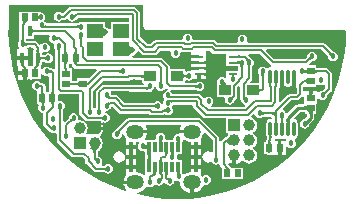
<source format=gbr>
G04 Layer_Physical_Order=4*
G04 Layer_Color=16711680*
%FSLAX25Y25*%
%MOIN*%
%TF.FileFunction,Copper,L4,Bot,Signal*%
%TF.Part,Single*%
G01*
G75*
%TA.AperFunction,SMDPad*%
%ADD10R,0.02559X0.02362*%
%TA.AperFunction,SMDPad*%
%ADD17R,0.02362X0.02559*%
%TA.AperFunction,SMDPad*%
%ADD18R,0.03937X0.03268*%
%ADD25C,0.00800*%
%ADD27C,0.01000*%
%TA.AperFunction,ViaPad*%
%ADD30R,0.00394X0.00394*%
%TA.AperFunction,ViaPad*%
%ADD31O,0.05906X0.04724*%
%TA.AperFunction,ViaPad*%
%ADD32R,0.03937X0.03937*%
%TA.AperFunction,ViaPad*%
%ADD33C,0.03937*%
%TA.AperFunction,ViaPad*%
%ADD34R,0.03937X0.03937*%
%TA.AperFunction,ViaPad*%
%ADD35C,0.01800*%
%TA.AperFunction,SMDPad*%
%ADD53R,0.01575X0.03543*%
%TA.AperFunction,SMDPad*%
%ADD54R,0.01181X0.03425*%
%TA.AperFunction,SMDPad*%
%ADD55O,0.01181X0.05315*%
%TA.AperFunction,SMDPad*%
%ADD56R,0.05512X0.04528*%
%TA.AperFunction,SMDPad*%
%ADD57R,0.03543X0.05512*%
%TA.AperFunction,SMDPad*%
%ADD58R,0.03150X0.00984*%
%ADD59C,0.02000*%
G36*
X438233Y261827D02*
X438223Y261922D01*
X438193Y262007D01*
X438142Y262082D01*
X438072Y262147D01*
X437983Y262202D01*
X437873Y262247D01*
X437743Y262282D01*
X437593Y262307D01*
X437423Y262322D01*
X437232Y262327D01*
Y263327D01*
X437423Y263332D01*
X437593Y263347D01*
X437743Y263372D01*
X437873Y263407D01*
X437983Y263452D01*
X438072Y263507D01*
X438142Y263572D01*
X438193Y263647D01*
X438223Y263732D01*
X438233Y263827D01*
Y261827D01*
D02*
G37*
G36*
X391357Y261370D02*
X391310Y261414D01*
X391257Y261453D01*
X391199Y261487D01*
X391137Y261517D01*
X391069Y261543D01*
X390996Y261563D01*
X390918Y261579D01*
X390835Y261591D01*
X390747Y261598D01*
X390654Y261600D01*
Y262400D01*
X390747Y262402D01*
X390835Y262409D01*
X390918Y262421D01*
X390996Y262437D01*
X391069Y262457D01*
X391137Y262483D01*
X391199Y262513D01*
X391257Y262547D01*
X391310Y262586D01*
X391357Y262630D01*
Y261370D01*
D02*
G37*
G36*
X440405Y261660D02*
X440320Y261629D01*
X440245Y261579D01*
X440180Y261508D01*
X440125Y261417D01*
X440080Y261305D01*
X440045Y261174D01*
X440020Y261022D01*
X440005Y260850D01*
X440000Y260658D01*
X439000D01*
X438995Y260850D01*
X438980Y261022D01*
X438955Y261174D01*
X438920Y261305D01*
X438875Y261417D01*
X438820Y261508D01*
X438755Y261579D01*
X438680Y261629D01*
X438595Y261660D01*
X438500Y261670D01*
X440500D01*
X440405Y261660D01*
D02*
G37*
G36*
X366402Y262753D02*
X366409Y262665D01*
X366421Y262582D01*
X366437Y262504D01*
X366458Y262431D01*
X366483Y262364D01*
X366513Y262301D01*
X366547Y262243D01*
X366586Y262190D01*
X366630Y262143D01*
X365370D01*
X365414Y262190D01*
X365453Y262243D01*
X365487Y262301D01*
X365517Y262364D01*
X365543Y262431D01*
X365563Y262504D01*
X365579Y262582D01*
X365591Y262665D01*
X365598Y262753D01*
X365600Y262846D01*
X366400D01*
X366402Y262753D01*
D02*
G37*
G36*
X387857Y262870D02*
X387810Y262914D01*
X387757Y262953D01*
X387699Y262987D01*
X387636Y263017D01*
X387569Y263042D01*
X387496Y263063D01*
X387418Y263079D01*
X387335Y263091D01*
X387247Y263098D01*
X387154Y263100D01*
Y263900D01*
X387247Y263902D01*
X387335Y263909D01*
X387418Y263921D01*
X387496Y263937D01*
X387569Y263958D01*
X387636Y263983D01*
X387699Y264013D01*
X387757Y264047D01*
X387810Y264086D01*
X387857Y264130D01*
Y262870D01*
D02*
G37*
G36*
X356586Y262810D02*
X356547Y262757D01*
X356513Y262699D01*
X356483Y262636D01*
X356457Y262569D01*
X356437Y262496D01*
X356421Y262418D01*
X356409Y262335D01*
X356402Y262247D01*
X356400Y262154D01*
X355600D01*
X355598Y262247D01*
X355591Y262335D01*
X355579Y262418D01*
X355563Y262496D01*
X355542Y262569D01*
X355517Y262636D01*
X355487Y262699D01*
X355453Y262757D01*
X355414Y262810D01*
X355370Y262857D01*
X356630D01*
X356586Y262810D01*
D02*
G37*
G36*
X369402Y262753D02*
X369409Y262665D01*
X369421Y262582D01*
X369437Y262504D01*
X369458Y262431D01*
X369483Y262364D01*
X369513Y262301D01*
X369547Y262243D01*
X369586Y262190D01*
X369630Y262143D01*
X368370D01*
X368414Y262190D01*
X368453Y262243D01*
X368487Y262301D01*
X368517Y262364D01*
X368543Y262431D01*
X368563Y262504D01*
X368579Y262582D01*
X368591Y262665D01*
X368598Y262753D01*
X368600Y262846D01*
X369400D01*
X369402Y262753D01*
D02*
G37*
G36*
X360491Y258600D02*
X360426Y258597D01*
X360362Y258588D01*
X360296Y258571D01*
X360231Y258548D01*
X360165Y258518D01*
X360099Y258481D01*
X360032Y258437D01*
X359965Y258387D01*
X359898Y258329D01*
X359831Y258265D01*
X359265Y258831D01*
X359329Y258898D01*
X359387Y258965D01*
X359437Y259032D01*
X359481Y259099D01*
X359518Y259165D01*
X359548Y259231D01*
X359571Y259296D01*
X359588Y259362D01*
X359597Y259426D01*
X359600Y259491D01*
X360491Y258600D01*
D02*
G37*
G36*
X432514Y258033D02*
X431424D01*
X431432Y258056D01*
X431440Y258097D01*
X431447Y258157D01*
X431461Y258449D01*
X431468Y259100D01*
X432469D01*
X432514Y258033D01*
D02*
G37*
G36*
X430402Y258884D02*
X430436Y258392D01*
X430452Y258297D01*
X430471Y258214D01*
X430493Y258142D01*
X430517Y258082D01*
X430545Y258033D01*
X429455D01*
X429483Y258082D01*
X429507Y258142D01*
X429529Y258214D01*
X429548Y258297D01*
X429564Y258392D01*
X429587Y258615D01*
X429599Y258884D01*
X429600Y259036D01*
X430400D01*
X430402Y258884D01*
D02*
G37*
G36*
X370357Y258870D02*
X370310Y258914D01*
X370257Y258953D01*
X370199Y258987D01*
X370136Y259017D01*
X370069Y259043D01*
X369996Y259063D01*
X369918Y259079D01*
X369835Y259091D01*
X369747Y259098D01*
X369654Y259100D01*
Y259900D01*
X369747Y259902D01*
X369835Y259909D01*
X369918Y259921D01*
X369996Y259937D01*
X370069Y259958D01*
X370136Y259983D01*
X370199Y260013D01*
X370257Y260047D01*
X370310Y260086D01*
X370357Y260130D01*
Y258870D01*
D02*
G37*
G36*
X423190Y261586D02*
X423243Y261547D01*
X423301Y261513D01*
X423363Y261483D01*
X423431Y261457D01*
X423504Y261437D01*
X423582Y261421D01*
X423665Y261409D01*
X423753Y261402D01*
X423846Y261400D01*
Y260600D01*
X423753Y260598D01*
X423665Y260591D01*
X423582Y260579D01*
X423504Y260563D01*
X423431Y260542D01*
X423363Y260517D01*
X423301Y260487D01*
X423243Y260453D01*
X423190Y260414D01*
X423143Y260370D01*
Y261630D01*
X423190Y261586D01*
D02*
G37*
G36*
X428400Y261000D02*
X427600Y259800D01*
X427592Y259952D01*
X427568Y260088D01*
X427528Y260208D01*
X427472Y260312D01*
X427400Y260400D01*
X427312Y260472D01*
X427208Y260528D01*
X427088Y260568D01*
X426952Y260592D01*
X426800Y260600D01*
Y261400D01*
X426952Y261404D01*
X427088Y261417D01*
X427208Y261439D01*
X427312Y261469D01*
X427400Y261507D01*
X427472Y261554D01*
X427528Y261610D01*
X427568Y261674D01*
X427592Y261747D01*
X427600Y261828D01*
X428400Y261000D01*
D02*
G37*
G36*
X430586Y259810D02*
X430547Y259757D01*
X430513Y259699D01*
X430483Y259636D01*
X430457Y259569D01*
X430437Y259496D01*
X430421Y259418D01*
X430409Y259335D01*
X430402Y259247D01*
X430400Y259154D01*
X429600D01*
X429598Y259247D01*
X429591Y259335D01*
X429579Y259418D01*
X429563Y259496D01*
X429542Y259569D01*
X429517Y259636D01*
X429487Y259699D01*
X429453Y259757D01*
X429414Y259810D01*
X429370Y259857D01*
X430630D01*
X430586Y259810D01*
D02*
G37*
G36*
X351051Y264839D02*
X350983Y264815D01*
X350923Y264774D01*
X350871Y264717D01*
X350827Y264644D01*
X350791Y264555D01*
X350763Y264449D01*
X350743Y264328D01*
X350731Y264190D01*
X350729Y264103D01*
X350729Y264080D01*
X350736Y263992D01*
X350747Y263909D01*
X350764Y263831D01*
X350784Y263758D01*
X350810Y263690D01*
X350839Y263628D01*
X350874Y263570D01*
X350913Y263517D01*
X350957Y263470D01*
X349697D01*
X349741Y263517D01*
X349780Y263570D01*
X349814Y263628D01*
X349844Y263690D01*
X349869Y263758D01*
X349890Y263831D01*
X349906Y263909D01*
X349918Y263992D01*
X349924Y264080D01*
X349925Y264103D01*
X349923Y264190D01*
X349911Y264328D01*
X349891Y264449D01*
X349863Y264555D01*
X349827Y264644D01*
X349783Y264717D01*
X349731Y264774D01*
X349671Y264815D01*
X349603Y264839D01*
X349527Y264847D01*
X351127D01*
X351051Y264839D01*
D02*
G37*
G36*
X350494Y268018D02*
X350506Y267882D01*
X350526Y267762D01*
X350554Y267658D01*
X350590Y267570D01*
X350634Y267498D01*
X350686Y267442D01*
X350746Y267402D01*
X350814Y267378D01*
X350890Y267370D01*
X349290D01*
X349366Y267378D01*
X349434Y267402D01*
X349494Y267442D01*
X349546Y267498D01*
X349590Y267570D01*
X349626Y267658D01*
X349654Y267762D01*
X349674Y267882D01*
X349686Y268018D01*
X349690Y268170D01*
X350490D01*
X350494Y268018D01*
D02*
G37*
G36*
X444735Y267669D02*
X444671Y267602D01*
X444613Y267534D01*
X444563Y267468D01*
X444519Y267401D01*
X444482Y267335D01*
X444452Y267269D01*
X444429Y267204D01*
X444412Y267139D01*
X444403Y267074D01*
X444400Y267009D01*
X443509Y267900D01*
X443574Y267903D01*
X443639Y267912D01*
X443704Y267929D01*
X443769Y267952D01*
X443835Y267982D01*
X443901Y268019D01*
X443968Y268063D01*
X444034Y268113D01*
X444102Y268171D01*
X444169Y268235D01*
X444735Y267669D01*
D02*
G37*
G36*
X413782Y265888D02*
X413716Y265821D01*
X413553Y265627D01*
X413509Y265565D01*
X413438Y265445D01*
X413410Y265388D01*
X413388Y265331D01*
X413372Y265277D01*
X412741Y266367D01*
X412802Y266355D01*
X412864Y266351D01*
X412927Y266355D01*
X412991Y266368D01*
X413055Y266390D01*
X413120Y266420D01*
X413186Y266458D01*
X413253Y266506D01*
X413320Y266561D01*
X413388Y266626D01*
X413782Y265888D01*
D02*
G37*
G36*
X353904Y268018D02*
X353916Y267882D01*
X353936Y267762D01*
X353964Y267658D01*
X354000Y267570D01*
X354044Y267498D01*
X354096Y267442D01*
X354156Y267402D01*
X354224Y267378D01*
X354300Y267370D01*
X352700D01*
X352776Y267378D01*
X352844Y267402D01*
X352904Y267442D01*
X352956Y267498D01*
X353000Y267570D01*
X353036Y267658D01*
X353064Y267762D01*
X353084Y267882D01*
X353096Y268018D01*
X353100Y268170D01*
X353900D01*
X353904Y268018D01*
D02*
G37*
G36*
X442376Y270493D02*
X443000Y270369D01*
X443624Y270493D01*
X443878Y270663D01*
X444378Y270395D01*
Y269465D01*
X443573Y268659D01*
X443556Y268646D01*
X443531Y268630D01*
X443525Y268626D01*
X443500Y268631D01*
X442876Y268507D01*
X442346Y268154D01*
X442279Y268053D01*
X441780Y268205D01*
Y268354D01*
X440100D01*
Y267388D01*
X440156Y267357D01*
X440224Y267337D01*
X440300Y267330D01*
X440105D01*
X440100Y267325D01*
Y266173D01*
X438900D01*
Y267325D01*
X438895Y267330D01*
X438700D01*
X438776Y267337D01*
X438844Y267357D01*
X438900Y267388D01*
Y268354D01*
X437220D01*
X437122Y268813D01*
Y269702D01*
X437521Y269946D01*
X441479D01*
Y270536D01*
X441541Y270588D01*
X441980Y270758D01*
X442376Y270493D01*
D02*
G37*
G36*
X387993Y269376D02*
X388347Y268847D01*
X388876Y268493D01*
X389500Y268369D01*
X390124Y268493D01*
X390653Y268847D01*
X390937Y269270D01*
X391488Y269426D01*
X391707Y269207D01*
X391707Y269207D01*
X391850Y269111D01*
X391744Y268581D01*
X391376Y268507D01*
X390846Y268154D01*
X390493Y267624D01*
X390369Y267000D01*
X390493Y266376D01*
X390658Y266129D01*
X390808Y265750D01*
X390658Y265371D01*
X390493Y265124D01*
X390369Y264500D01*
X390373Y264476D01*
X389902Y264281D01*
X389653Y264653D01*
X389124Y265007D01*
X388500Y265131D01*
X387876Y265007D01*
X387347Y264653D01*
X387332Y264632D01*
X387326Y264631D01*
X387297Y264624D01*
X387276Y264621D01*
X377465D01*
X375293Y266793D01*
X374929Y267036D01*
X374500Y267122D01*
X374500Y267122D01*
X373107D01*
X373007Y267624D01*
X372837Y267879D01*
X373105Y268378D01*
X379111D01*
X379242Y268291D01*
X379672Y268205D01*
X379672Y268205D01*
X385854D01*
X386283Y268291D01*
X386647Y268534D01*
X386734Y268664D01*
X387008Y268847D01*
X387362Y269376D01*
X387422Y269681D01*
X387932D01*
X387993Y269376D01*
D02*
G37*
G36*
X422185Y269495D02*
X422209Y269426D01*
X422250Y269367D01*
X422306Y269315D01*
X422380Y269270D01*
X422469Y269234D01*
X422575Y269207D01*
X422696Y269186D01*
X422834Y269175D01*
X422989Y269170D01*
Y268371D01*
X422834Y268367D01*
X422696Y268355D01*
X422575Y268335D01*
X422469Y268306D01*
X422380Y268270D01*
X422306Y268227D01*
X422250Y268175D01*
X422209Y268114D01*
X422185Y268046D01*
X422177Y267970D01*
Y269570D01*
X422185Y269495D01*
D02*
G37*
G36*
X393434Y264600D02*
X393339Y264597D01*
X393252Y264589D01*
X393175Y264576D01*
X393107Y264557D01*
X393047Y264533D01*
X392997Y264504D01*
X392955Y264469D01*
X392922Y264429D01*
X392899Y264384D01*
X392884Y264333D01*
X392245Y265366D01*
X393288Y265400D01*
X393434Y264600D01*
D02*
G37*
G36*
X354224Y264839D02*
X354156Y264815D01*
X354096Y264774D01*
X354044Y264717D01*
X354000Y264644D01*
X353964Y264555D01*
X353936Y264449D01*
X353916Y264328D01*
X353904Y264190D01*
X353900Y264035D01*
X353100D01*
X353096Y264190D01*
X353084Y264328D01*
X353064Y264449D01*
X353036Y264555D01*
X353000Y264644D01*
X352956Y264717D01*
X352904Y264774D01*
X352844Y264815D01*
X352776Y264839D01*
X352700Y264847D01*
X354300D01*
X354224Y264839D01*
D02*
G37*
G36*
X372735Y264169D02*
X372671Y264102D01*
X372613Y264035D01*
X372563Y263968D01*
X372519Y263901D01*
X372482Y263835D01*
X372452Y263769D01*
X372429Y263704D01*
X372412Y263638D01*
X372403Y263574D01*
X372400Y263509D01*
X371509Y264400D01*
X371574Y264403D01*
X371638Y264412D01*
X371704Y264429D01*
X371769Y264452D01*
X371835Y264482D01*
X371901Y264519D01*
X371968Y264563D01*
X372035Y264613D01*
X372102Y264671D01*
X372169Y264735D01*
X372735Y264169D01*
D02*
G37*
G36*
X437010Y266575D02*
X437220Y266447D01*
Y264050D01*
X435327D01*
X434859Y263957D01*
X434462Y263692D01*
X431964Y261194D01*
X431379Y261316D01*
X431153Y261653D01*
X430624Y262007D01*
X430497Y262032D01*
X430333Y262575D01*
X433136Y265378D01*
X435000D01*
X435000Y265378D01*
X435429Y265464D01*
X435793Y265707D01*
X436721Y266634D01*
X437010Y266575D01*
D02*
G37*
G36*
X392899Y267116D02*
X392922Y267071D01*
X392955Y267031D01*
X392997Y266996D01*
X393047Y266967D01*
X393107Y266943D01*
X393175Y266924D01*
X393252Y266911D01*
X393339Y266903D01*
X393434Y266900D01*
X393288Y266100D01*
X392245Y266134D01*
X392884Y267167D01*
X392899Y267116D01*
D02*
G37*
G36*
X372403Y266926D02*
X372412Y266862D01*
X372429Y266796D01*
X372452Y266731D01*
X372482Y266665D01*
X372519Y266599D01*
X372563Y266532D01*
X372613Y266465D01*
X372671Y266398D01*
X372735Y266331D01*
X372169Y265765D01*
X372102Y265829D01*
X372035Y265887D01*
X371968Y265937D01*
X371901Y265981D01*
X371835Y266018D01*
X371769Y266048D01*
X371704Y266071D01*
X371638Y266088D01*
X371574Y266097D01*
X371509Y266100D01*
X372400Y266991D01*
X372403Y266926D01*
D02*
G37*
G36*
X417492Y266577D02*
X417539Y266539D01*
X417589Y266506D01*
X417640Y266477D01*
X417694Y266453D01*
X417749Y266434D01*
X417807Y266418D01*
X417866Y266408D01*
X417928Y266402D01*
X417991Y266400D01*
X417100Y265509D01*
X417098Y265572D01*
X417092Y265634D01*
X417082Y265693D01*
X417066Y265751D01*
X417047Y265806D01*
X417023Y265860D01*
X416994Y265911D01*
X416961Y265961D01*
X416923Y266008D01*
X416881Y266054D01*
X417446Y266619D01*
X417492Y266577D01*
D02*
G37*
G36*
X428433Y258884D02*
X428468Y258392D01*
X428484Y258297D01*
X428503Y258214D01*
X428524Y258142D01*
X428549Y258082D01*
X428577Y258033D01*
X427487D01*
X427514Y258082D01*
X427539Y258142D01*
X427561Y258214D01*
X427579Y258297D01*
X427595Y258392D01*
X427618Y258615D01*
X427630Y258884D01*
X427632Y259036D01*
X428432D01*
X428433Y258884D01*
D02*
G37*
G36*
X386087Y245606D02*
X386137Y244836D01*
X386150Y244806D01*
X386165Y244796D01*
X385008D01*
X385023Y244806D01*
X385036Y244836D01*
X385048Y244886D01*
X385058Y244956D01*
X385074Y245156D01*
X385086Y245796D01*
X386086D01*
X386087Y245606D01*
D02*
G37*
G36*
X412231Y242594D02*
X412243Y242523D01*
X412263Y242460D01*
X412291Y242406D01*
X412327Y242360D01*
X412371Y242322D01*
X412423Y242293D01*
X412483Y242272D01*
X412551Y242260D01*
X412627Y242255D01*
X411027D01*
X411103Y242260D01*
X411171Y242272D01*
X411231Y242293D01*
X411283Y242322D01*
X411327Y242360D01*
X411363Y242406D01*
X411391Y242460D01*
X411411Y242523D01*
X411423Y242594D01*
X411427Y242673D01*
X412227D01*
X412231Y242594D01*
D02*
G37*
G36*
X371357Y241870D02*
X371310Y241914D01*
X371257Y241953D01*
X371199Y241987D01*
X371136Y242017D01*
X371069Y242042D01*
X370996Y242063D01*
X370918Y242079D01*
X370835Y242091D01*
X370747Y242098D01*
X370654Y242100D01*
Y242900D01*
X370747Y242902D01*
X370835Y242909D01*
X370918Y242921D01*
X370996Y242937D01*
X371069Y242957D01*
X371136Y242983D01*
X371199Y243013D01*
X371257Y243047D01*
X371310Y243086D01*
X371357Y243130D01*
Y241870D01*
D02*
G37*
G36*
X389925Y245444D02*
X389952Y245084D01*
X389968Y244996D01*
X389987Y244924D01*
X390011Y244868D01*
X390037Y244828D01*
X390068Y244804D01*
X390102Y244796D01*
X388945D01*
X388979Y244804D01*
X389009Y244828D01*
X389036Y244868D01*
X389059Y244924D01*
X389079Y244996D01*
X389095Y245084D01*
X389107Y245188D01*
X389121Y245444D01*
X389123Y245596D01*
X389923D01*
X389925Y245444D01*
D02*
G37*
G36*
X394005Y248197D02*
X393974Y248173D01*
X393948Y248133D01*
X393924Y248077D01*
X393905Y248005D01*
X393889Y247917D01*
X393876Y247813D01*
X393870Y247701D01*
X393881Y247622D01*
X393897Y247544D01*
X393918Y247471D01*
X393943Y247403D01*
X393973Y247340D01*
X394007Y247283D01*
X394046Y247230D01*
X394090Y247182D01*
X392830D01*
X392874Y247230D01*
X392913Y247283D01*
X392948Y247340D01*
X392977Y247403D01*
X393003Y247471D01*
X393023Y247544D01*
X393039Y247622D01*
X393049Y247688D01*
X393032Y247917D01*
X393016Y248005D01*
X392996Y248077D01*
X392973Y248133D01*
X392946Y248173D01*
X392916Y248197D01*
X392882Y248205D01*
X394039D01*
X394005Y248197D01*
D02*
G37*
G36*
X408402Y246753D02*
X408409Y246665D01*
X408421Y246582D01*
X408437Y246504D01*
X408458Y246431D01*
X408483Y246363D01*
X408513Y246301D01*
X408547Y246243D01*
X408586Y246190D01*
X408630Y246143D01*
X407370D01*
X407414Y246190D01*
X407453Y246243D01*
X407487Y246301D01*
X407517Y246363D01*
X407543Y246431D01*
X407563Y246504D01*
X407579Y246582D01*
X407591Y246665D01*
X407598Y246753D01*
X407600Y246846D01*
X408400D01*
X408402Y246753D01*
D02*
G37*
G36*
X367898Y246171D02*
X367966Y246113D01*
X368032Y246063D01*
X368099Y246019D01*
X368165Y245982D01*
X368231Y245952D01*
X368296Y245929D01*
X368361Y245912D01*
X368426Y245903D01*
X368491Y245900D01*
X367600Y245009D01*
X367597Y245074D01*
X367588Y245139D01*
X367571Y245204D01*
X367548Y245269D01*
X367518Y245335D01*
X367481Y245401D01*
X367437Y245468D01*
X367387Y245534D01*
X367329Y245602D01*
X367265Y245669D01*
X367831Y246235D01*
X367898Y246171D01*
D02*
G37*
G36*
X386402Y239253D02*
X386409Y239165D01*
X386421Y239082D01*
X386437Y239004D01*
X386457Y238931D01*
X386483Y238863D01*
X386513Y238801D01*
X386547Y238743D01*
X386586Y238690D01*
X386630Y238643D01*
X385370D01*
X385414Y238690D01*
X385453Y238743D01*
X385487Y238801D01*
X385517Y238863D01*
X385542Y238931D01*
X385563Y239004D01*
X385579Y239082D01*
X385591Y239165D01*
X385598Y239253D01*
X385600Y239346D01*
X386400D01*
X386402Y239253D01*
D02*
G37*
G36*
X391898Y239671D02*
X391966Y239613D01*
X392032Y239563D01*
X392099Y239519D01*
X392165Y239482D01*
X392231Y239452D01*
X392296Y239429D01*
X392361Y239412D01*
X392426Y239403D01*
X392491Y239400D01*
X391600Y238509D01*
X391597Y238574D01*
X391588Y238638D01*
X391571Y238704D01*
X391548Y238769D01*
X391518Y238835D01*
X391481Y238901D01*
X391437Y238968D01*
X391387Y239035D01*
X391329Y239102D01*
X391265Y239169D01*
X391831Y239735D01*
X391898Y239671D01*
D02*
G37*
G36*
X390235Y239169D02*
X390171Y239102D01*
X390113Y239035D01*
X390063Y238968D01*
X390019Y238901D01*
X389982Y238835D01*
X389952Y238769D01*
X389929Y238704D01*
X389912Y238638D01*
X389903Y238574D01*
X389900Y238509D01*
X389009Y239400D01*
X389074Y239403D01*
X389139Y239412D01*
X389204Y239429D01*
X389269Y239452D01*
X389335Y239482D01*
X389401Y239519D01*
X389468Y239563D01*
X389534Y239613D01*
X389602Y239671D01*
X389669Y239735D01*
X390235Y239169D01*
D02*
G37*
G36*
X395992Y241384D02*
X395978Y241354D01*
X395967Y241304D01*
X395956Y241234D01*
X395942Y241052D01*
X395952Y240981D01*
X395965Y240913D01*
X395982Y240853D01*
X396001Y240801D01*
X396023Y240756D01*
X396048Y240720D01*
X396077Y240691D01*
X395934Y240680D01*
X395928Y240394D01*
X394928D01*
X394927Y240584D01*
X394927Y240599D01*
X394821Y240590D01*
X394841Y240619D01*
X394859Y240656D01*
X394876Y240700D01*
X394889Y240753D01*
X394901Y240813D01*
X394909Y240869D01*
X394878Y241354D01*
X394865Y241384D01*
X394850Y241394D01*
X396007D01*
X395992Y241384D01*
D02*
G37*
G36*
X390068Y241390D02*
X390037Y241378D01*
X390011Y241357D01*
X389987Y241328D01*
X389968Y241290D01*
X389952Y241244D01*
X389939Y241190D01*
X389930Y241127D01*
X389925Y241056D01*
X389923Y240977D01*
X389123D01*
X389121Y241056D01*
X389116Y241127D01*
X389107Y241190D01*
X389095Y241244D01*
X389079Y241290D01*
X389059Y241328D01*
X389036Y241357D01*
X389009Y241378D01*
X388979Y241390D01*
X388945Y241394D01*
X390102D01*
X390068Y241390D01*
D02*
G37*
G36*
X388099Y241390D02*
X388069Y241376D01*
X388042Y241352D01*
X388018Y241320D01*
X387999Y241278D01*
X387983Y241226D01*
X387970Y241166D01*
X387961Y241096D01*
X387956Y241016D01*
X387954Y240928D01*
X387154D01*
X387152Y241016D01*
X387138Y241166D01*
X387126Y241226D01*
X387110Y241278D01*
X387090Y241320D01*
X387067Y241352D01*
X387040Y241376D01*
X387010Y241390D01*
X386976Y241394D01*
X388133D01*
X388099Y241390D01*
D02*
G37*
G36*
X392036Y241386D02*
X392005Y241362D01*
X391979Y241322D01*
X391955Y241266D01*
X391936Y241194D01*
X391920Y241106D01*
X391907Y241002D01*
X391893Y240746D01*
X391891Y240594D01*
X391091D01*
X391089Y240746D01*
X391063Y241106D01*
X391047Y241194D01*
X391027Y241266D01*
X391004Y241322D01*
X390977Y241362D01*
X390947Y241386D01*
X390913Y241394D01*
X392070D01*
X392036Y241386D01*
D02*
G37*
G36*
X386150Y248195D02*
X386137Y248165D01*
X386125Y248115D01*
X386115Y248045D01*
X386099Y247845D01*
X386086Y247205D01*
X385086D01*
X385085Y247395D01*
X385036Y248165D01*
X385023Y248195D01*
X385008Y248205D01*
X386165D01*
X386150Y248195D01*
D02*
G37*
G36*
X358402Y254753D02*
X358409Y254665D01*
X358421Y254582D01*
X358437Y254504D01*
X358457Y254431D01*
X358483Y254363D01*
X358513Y254301D01*
X358547Y254243D01*
X358586Y254190D01*
X358630Y254143D01*
X357370D01*
X357414Y254190D01*
X357453Y254243D01*
X357487Y254301D01*
X357517Y254363D01*
X357542Y254431D01*
X357563Y254504D01*
X357579Y254582D01*
X357591Y254665D01*
X357598Y254753D01*
X357600Y254846D01*
X358400D01*
X358402Y254753D01*
D02*
G37*
G36*
X426580Y253398D02*
X426556Y253338D01*
X426534Y253266D01*
X426515Y253183D01*
X426499Y253088D01*
X426476Y252865D01*
X426464Y252596D01*
X426463Y252445D01*
X425663D01*
X425662Y252596D01*
X425627Y253088D01*
X425611Y253183D01*
X425592Y253266D01*
X425570Y253338D01*
X425546Y253398D01*
X425518Y253448D01*
X426608D01*
X426580Y253398D01*
D02*
G37*
G36*
X389924Y252334D02*
X390153D01*
X390109Y252287D01*
X390070Y252234D01*
X390036Y252176D01*
X390006Y252113D01*
X389981Y252045D01*
X389960Y251973D01*
X389950Y251923D01*
X389952Y251895D01*
X389968Y251807D01*
X389987Y251735D01*
X390011Y251679D01*
X390037Y251639D01*
X390068Y251615D01*
X390102Y251607D01*
X388945D01*
X388979Y251615D01*
X389009Y251639D01*
X389036Y251679D01*
X389059Y251735D01*
X389079Y251807D01*
X389095Y251895D01*
X389097Y251919D01*
X389086Y251973D01*
X389066Y252045D01*
X389040Y252113D01*
X389011Y252176D01*
X388976Y252234D01*
X388937Y252287D01*
X388893Y252334D01*
X389122D01*
X389123Y252407D01*
X389923D01*
X389924Y252334D01*
D02*
G37*
G36*
X396580Y256857D02*
X396429Y256661D01*
X396090Y255843D01*
X396053Y255565D01*
X399956D01*
Y254365D01*
X395778D01*
X395574Y254174D01*
X395428Y254203D01*
X394804Y254079D01*
X394275Y253725D01*
X393921Y253196D01*
X393797Y252572D01*
X393589Y252319D01*
X391533D01*
X391123Y252819D01*
X391155Y252977D01*
X391030Y253601D01*
X390677Y254130D01*
X390147Y254484D01*
X389523Y254608D01*
X388899Y254484D01*
X388370Y254130D01*
X388016Y253601D01*
X387892Y252977D01*
X387923Y252819D01*
X387513Y252319D01*
X384486D01*
X384214Y252785D01*
X384586Y253269D01*
X384924Y254087D01*
X384961Y254365D01*
X381058D01*
Y255565D01*
X384961D01*
X384924Y255843D01*
X384586Y256661D01*
X384500Y256772D01*
X384435Y256857D01*
X384500Y256990D01*
Y257306D01*
X396358D01*
X396580Y256857D01*
D02*
G37*
G36*
X438764Y258057D02*
X438695Y257986D01*
X438530Y257794D01*
X438490Y257737D01*
X438457Y257684D01*
X438432Y257635D01*
X438414Y257589D01*
X438403Y257547D01*
X438400Y257509D01*
X437509Y258400D01*
X437547Y258403D01*
X437589Y258414D01*
X437635Y258432D01*
X437684Y258457D01*
X437737Y258490D01*
X437794Y258530D01*
X437918Y258633D01*
X437986Y258695D01*
X438057Y258765D01*
X438764Y258057D01*
D02*
G37*
G36*
X353357Y255370D02*
X353313Y255414D01*
X353230Y255487D01*
X353192Y255517D01*
X353155Y255542D01*
X353120Y255563D01*
X353087Y255579D01*
X353057Y255591D01*
X353027Y255598D01*
X353000Y255600D01*
Y256400D01*
X353027Y256402D01*
X353057Y256409D01*
X353087Y256421D01*
X353120Y256437D01*
X353155Y256457D01*
X353192Y256483D01*
X353230Y256513D01*
X353313Y256586D01*
X353357Y256630D01*
Y255370D01*
D02*
G37*
G36*
X376098Y254926D02*
X376034Y254858D01*
X375978Y254790D01*
X375932Y254724D01*
X375894Y254659D01*
X375865Y254594D01*
X375845Y254531D01*
X375834Y254468D01*
X375831Y254407D01*
X375838Y254346D01*
X375853Y254287D01*
X374730Y254859D01*
X374781Y254877D01*
X374833Y254900D01*
X374887Y254929D01*
X374943Y254963D01*
X375061Y255047D01*
X375123Y255098D01*
X375320Y255280D01*
X376098Y254926D01*
D02*
G37*
G36*
X426551Y248232D02*
X426327Y248218D01*
X426291Y248211D01*
X426263Y248203D01*
X426243Y248195D01*
X426231Y248184D01*
X426227Y248173D01*
X425427D01*
X425423Y248184D01*
X425411Y248195D01*
X425391Y248203D01*
X425363Y248211D01*
X425327Y248218D01*
X425283Y248223D01*
X425171Y248230D01*
X425027Y248233D01*
X426627D01*
X426551Y248232D01*
D02*
G37*
G36*
X368699Y249405D02*
X368386Y249038D01*
X368259Y248862D01*
X368152Y248689D01*
X368064Y248521D01*
X367995Y248357D01*
X367946Y248198D01*
X367917Y248042D01*
X367907Y247891D01*
X367107D01*
X367097Y248042D01*
X367068Y248198D01*
X367019Y248357D01*
X366951Y248521D01*
X366863Y248689D01*
X366755Y248862D01*
X366628Y249038D01*
X366481Y249219D01*
X366129Y249594D01*
X368885D01*
X368699Y249405D01*
D02*
G37*
G36*
X392036Y248197D02*
X392005Y248173D01*
X391979Y248133D01*
X391955Y248077D01*
X391936Y248005D01*
X391920Y247917D01*
X391907Y247813D01*
X391893Y247557D01*
X391891Y247405D01*
X391091D01*
X391089Y247557D01*
X391063Y247917D01*
X391047Y248005D01*
X391027Y248077D01*
X391004Y248133D01*
X390977Y248173D01*
X390947Y248197D01*
X390913Y248205D01*
X392070D01*
X392036Y248197D01*
D02*
G37*
G36*
X385020Y248906D02*
X385010Y249001D01*
X384979Y249086D01*
X384929Y249161D01*
X384858Y249226D01*
X384767Y249281D01*
X384655Y249326D01*
X384524Y249361D01*
X384372Y249386D01*
X384367Y249387D01*
X384294Y249381D01*
X384234Y249370D01*
X384182Y249357D01*
X384138Y249342D01*
X384102Y249325D01*
X384073Y249306D01*
X384084Y249404D01*
X384008Y249406D01*
Y250406D01*
X384189Y250411D01*
X384205Y250559D01*
X384233Y250530D01*
X384269Y250504D01*
X384314Y250481D01*
X384366Y250461D01*
X384425Y250444D01*
X384451Y250439D01*
X384524Y250451D01*
X384655Y250486D01*
X384767Y250531D01*
X384858Y250586D01*
X384929Y250651D01*
X384979Y250726D01*
X385010Y250811D01*
X385020Y250906D01*
Y248906D01*
D02*
G37*
G36*
X395929Y252388D02*
X395960Y251929D01*
X396058D01*
X396034Y251900D01*
X396011Y251863D01*
X395992Y251817D01*
X395975Y251765D01*
X395971Y251750D01*
X395978Y251645D01*
X395992Y251616D01*
X396007Y251607D01*
X395946D01*
X395933Y251475D01*
X395930Y251383D01*
X395928Y251284D01*
X394928D01*
X394927Y251383D01*
X394910Y251607D01*
X394850D01*
X394865Y251616D01*
X394878Y251645D01*
X394890Y251694D01*
X394893Y251715D01*
X394881Y251765D01*
X394865Y251817D01*
X394845Y251863D01*
X394823Y251900D01*
X394798Y251929D01*
X394914D01*
X394916Y251954D01*
X394927Y252388D01*
X394928Y252572D01*
X395928D01*
X395929Y252388D01*
D02*
G37*
G36*
X426231Y251413D02*
X426243Y251275D01*
X426263Y251153D01*
X426291Y251048D01*
X426327Y250958D01*
X426371Y250885D01*
X426423Y250829D01*
X426483Y250788D01*
X426551Y250764D01*
X426627Y250756D01*
X425027D01*
X425103Y250764D01*
X425171Y250788D01*
X425231Y250829D01*
X425283Y250885D01*
X425327Y250958D01*
X425363Y251048D01*
X425391Y251153D01*
X425411Y251275D01*
X425423Y251413D01*
X425427Y251568D01*
X426227D01*
X426231Y251413D01*
D02*
G37*
G36*
X412601Y250622D02*
X412418Y250808D01*
X411590Y251561D01*
X411537Y251590D01*
X411500Y251600D01*
Y252400D01*
X411537Y252410D01*
X411590Y252439D01*
X411659Y252488D01*
X411745Y252556D01*
X412100Y252879D01*
X412601Y253378D01*
Y250622D01*
D02*
G37*
G36*
X385751Y269106D02*
X384717Y268927D01*
X384457Y269727D01*
X384554Y269729D01*
X384718Y269746D01*
X384784Y269760D01*
X384839Y269779D01*
X384884Y269803D01*
X384918Y269830D01*
X384941Y269862D01*
X384954Y269897D01*
X384957Y269937D01*
X385751Y269106D01*
D02*
G37*
G36*
X446398Y281171D02*
X446465Y281113D01*
X446532Y281063D01*
X446599Y281019D01*
X446665Y280982D01*
X446731Y280952D01*
X446796Y280929D01*
X446862Y280912D01*
X446926Y280903D01*
X446991Y280900D01*
X446100Y280009D01*
X446097Y280074D01*
X446088Y280138D01*
X446071Y280204D01*
X446048Y280269D01*
X446018Y280335D01*
X445981Y280401D01*
X445937Y280468D01*
X445887Y280535D01*
X445829Y280602D01*
X445765Y280669D01*
X446331Y281235D01*
X446398Y281171D01*
D02*
G37*
G36*
X415240Y280424D02*
X415264Y280415D01*
X415304Y280408D01*
X415360Y280402D01*
X415624Y280389D01*
X416032Y280384D01*
Y279584D01*
X415880Y279583D01*
X415432Y279556D01*
X415360Y279544D01*
X415304Y279530D01*
X415264Y279513D01*
X415240Y279494D01*
X415232Y279473D01*
Y280433D01*
X415240Y280424D01*
D02*
G37*
G36*
X351420Y278807D02*
X351373Y278851D01*
X351320Y278890D01*
X351262Y278924D01*
X351200Y278954D01*
X351132Y278979D01*
X351059Y279000D01*
X350981Y279016D01*
X350898Y279028D01*
X350810Y279035D01*
X350717Y279037D01*
Y279837D01*
X350810Y279839D01*
X350898Y279846D01*
X350981Y279858D01*
X351059Y279874D01*
X351132Y279894D01*
X351200Y279920D01*
X351262Y279950D01*
X351320Y279984D01*
X351373Y280023D01*
X351420Y280067D01*
Y278807D01*
D02*
G37*
G36*
X379073Y283810D02*
X379101Y283640D01*
X379148Y283490D01*
X379214Y283360D01*
X379298Y283250D01*
X379401Y283160D01*
X379523Y283090D01*
X379663Y283040D01*
X379822Y283010D01*
X380000Y283000D01*
Y281000D01*
X379824Y280991D01*
X379667Y280964D01*
X379528Y280919D01*
X379408Y280856D01*
X379306Y280775D01*
X379223Y280676D01*
X379158Y280558D01*
X379112Y280423D01*
X379084Y280270D01*
X379075Y280099D01*
X379063Y284000D01*
X379073Y283810D01*
D02*
G37*
G36*
X361577Y281413D02*
X361589Y281275D01*
X361609Y281153D01*
X361637Y281048D01*
X361673Y280959D01*
X361717Y280885D01*
X361769Y280829D01*
X361829Y280788D01*
X361897Y280764D01*
X361973Y280755D01*
X360373D01*
X360449Y280764D01*
X360517Y280788D01*
X360577Y280829D01*
X360629Y280885D01*
X360673Y280959D01*
X360709Y281048D01*
X360737Y281153D01*
X360757Y281275D01*
X360769Y281413D01*
X360773Y281568D01*
X361573D01*
X361577Y281413D01*
D02*
G37*
G36*
X358231D02*
X358243Y281275D01*
X358263Y281153D01*
X358291Y281048D01*
X358327Y280959D01*
X358371Y280885D01*
X358423Y280829D01*
X358483Y280788D01*
X358551Y280764D01*
X358627Y280755D01*
X357027D01*
X357103Y280764D01*
X357171Y280788D01*
X357231Y280829D01*
X357283Y280885D01*
X357327Y280959D01*
X357363Y281048D01*
X357391Y281153D01*
X357411Y281275D01*
X357423Y281413D01*
X357427Y281568D01*
X358227D01*
X358231Y281413D01*
D02*
G37*
G36*
X392944Y281378D02*
X392869Y281000D01*
X392993Y280376D01*
X393347Y279847D01*
X393876Y279493D01*
X394500Y279369D01*
X395124Y279493D01*
X395654Y279847D01*
X396007Y280376D01*
X396131Y281000D01*
X396074Y281287D01*
D01*
D01*
X396524Y281588D01*
X396621Y281523D01*
X397050Y281437D01*
X397050Y281437D01*
X399756D01*
Y280553D01*
X402331D01*
Y279353D01*
X399756D01*
Y278584D01*
X402331D01*
Y277384D01*
X399756D01*
Y276616D01*
X402331D01*
Y275416D01*
X399681D01*
X399256Y275080D01*
X399000Y275131D01*
X398376Y275007D01*
X398314Y274966D01*
X397814Y275233D01*
Y275834D01*
X392621D01*
Y276500D01*
X392622Y276500D01*
X392536Y276929D01*
X392293Y277293D01*
X392293Y277293D01*
X390293Y279293D01*
X389929Y279536D01*
X389500Y279622D01*
X389500Y279622D01*
X380381D01*
X380315Y279663D01*
X380063Y280122D01*
X380100Y280196D01*
X380229Y280312D01*
X380663Y280399D01*
X381226Y280774D01*
X381601Y281337D01*
X381654Y281603D01*
X382197Y281767D01*
X383257Y280707D01*
X383257Y280707D01*
X383621Y280464D01*
X384050Y280378D01*
X384050Y280379D01*
X387500D01*
X387500Y280378D01*
X387929Y280464D01*
X388293Y280707D01*
X389465Y281878D01*
X392607D01*
X392944Y281378D01*
D02*
G37*
G36*
X383784Y290000D02*
X383877Y289532D01*
X384142Y289135D01*
X384539Y288870D01*
X385000Y288778D01*
X385007Y288776D01*
X450907D01*
X451342Y288277D01*
X451186Y284305D01*
X450667Y279917D01*
X449805Y275584D01*
X448605Y271331D01*
X447076Y267185D01*
X445226Y263173D01*
X443067Y259317D01*
X440612Y255644D01*
X437877Y252174D01*
X434877Y248929D01*
X431633Y245930D01*
X428163Y243194D01*
X424489Y240739D01*
X420634Y238580D01*
X416621Y236730D01*
X412475Y235201D01*
X408223Y234002D01*
X403889Y233140D01*
X399501Y232620D01*
X395086Y232447D01*
X390671Y232620D01*
X386283Y233140D01*
X381949Y234002D01*
X381445Y234144D01*
X381514Y234644D01*
X381649D01*
X382526Y234759D01*
X383344Y235098D01*
X384047Y235637D01*
X384586Y236339D01*
X384612Y236402D01*
X385230Y236590D01*
X385376Y236493D01*
X386000Y236369D01*
X386624Y236493D01*
X387154Y236846D01*
X387366Y237165D01*
X387757Y237313D01*
X387983Y237256D01*
X388376Y236993D01*
X389000Y236869D01*
X389624Y236993D01*
X390154Y237347D01*
X390489Y237848D01*
D01*
X390702Y237876D01*
X390798D01*
X391011Y237848D01*
X391347Y237347D01*
X391876Y236993D01*
X392500Y236869D01*
X393124Y236993D01*
X393653Y237347D01*
X394007Y237876D01*
X394112Y238402D01*
X394411Y238601D01*
X394607Y238672D01*
X394876Y238493D01*
X395500Y238369D01*
X395611Y238391D01*
X395849Y238168D01*
X395985Y237955D01*
X396090Y237157D01*
X396429Y236339D01*
X396968Y235637D01*
X397670Y235098D01*
X398488Y234759D01*
X399356Y234645D01*
Y238035D01*
X400556D01*
Y234645D01*
X401425Y234759D01*
X402242Y235098D01*
X402945Y235637D01*
X403484Y236339D01*
X403729Y236932D01*
X403933Y237180D01*
X404341Y237262D01*
X404673Y237195D01*
X405298Y237320D01*
X405827Y237673D01*
X406180Y238203D01*
X406305Y238827D01*
X406180Y239451D01*
X405827Y239980D01*
X405298Y240334D01*
X404673Y240458D01*
X404049Y240334D01*
X403520Y239980D01*
X403298Y239973D01*
X402945Y240433D01*
X402925Y240448D01*
D01*
Y242495D01*
X399744D01*
Y241426D01*
X399366D01*
X398488Y241311D01*
X397670Y240972D01*
X397444Y240798D01*
D01*
X396800Y240934D01*
X396719Y241056D01*
D01*
Y241386D01*
X396721Y241394D01*
X396719Y241403D01*
Y245508D01*
X395250D01*
X394986Y246008D01*
X395092Y246540D01*
X395001Y246993D01*
X395303Y247493D01*
X396719D01*
Y251598D01*
D01*
X396721Y251607D01*
X396719Y251615D01*
Y251623D01*
X396935Y251947D01*
X396954Y252042D01*
X397422Y252218D01*
X397670Y252028D01*
X398488Y251689D01*
X399366Y251574D01*
X399744D01*
Y250506D01*
X402925D01*
Y252552D01*
X402945Y252567D01*
X403484Y253269D01*
X403822Y254087D01*
X403877Y254501D01*
X404405Y254681D01*
X406879Y252207D01*
Y248290D01*
X406379Y248022D01*
X406005Y248272D01*
X405271Y248418D01*
X404537Y248272D01*
X403915Y247856D01*
X403499Y247234D01*
X403353Y246500D01*
X403499Y245766D01*
X403915Y245144D01*
X404537Y244728D01*
X405271Y244582D01*
X406005Y244728D01*
X406328Y244944D01*
X406493Y244876D01*
X406847Y244346D01*
X407376Y243993D01*
X408000Y243869D01*
X408624Y243993D01*
X408879Y244163D01*
X409150Y244074D01*
X409397Y243908D01*
X409464Y243571D01*
X409707Y243207D01*
X409946Y242968D01*
Y239020D01*
X417054D01*
Y242980D01*
X412887D01*
X412863Y243102D01*
X412620Y243466D01*
X411996Y244090D01*
X412008Y244162D01*
X412475Y244390D01*
X412554Y244389D01*
X413232Y244108D01*
X413407Y244085D01*
Y247000D01*
X414607D01*
Y244085D01*
X414782Y244108D01*
X415504Y244407D01*
X416124Y244883D01*
X416381Y245217D01*
X417004Y245227D01*
X417104Y245097D01*
X417661Y244669D01*
X418311Y244400D01*
X419007Y244308D01*
X419704Y244400D01*
X420353Y244669D01*
X420910Y245097D01*
X421338Y245654D01*
X421607Y246303D01*
X421699Y247000D01*
X421607Y247697D01*
X421338Y248346D01*
X420910Y248903D01*
X420525Y249199D01*
X420488Y249299D01*
Y249701D01*
X420525Y249801D01*
X420910Y250097D01*
X421338Y250654D01*
X421607Y251303D01*
X421699Y252000D01*
X421607Y252697D01*
X421338Y253346D01*
X420910Y253903D01*
X420525Y254199D01*
X420488Y254299D01*
Y254701D01*
D01*
X420525Y254801D01*
X420910Y255097D01*
X421338Y255654D01*
X421607Y256303D01*
X421699Y257000D01*
X421607Y257697D01*
X421338Y258346D01*
X420910Y258903D01*
X420353Y259331D01*
X419923Y259509D01*
X419780Y260023D01*
X419791Y260083D01*
X420417Y260709D01*
X420959Y260545D01*
X420993Y260376D01*
X421347Y259846D01*
X421876Y259493D01*
X422500Y259369D01*
X422525Y259374D01*
X423124Y259493D01*
X423654Y259846D01*
X423668Y259868D01*
X423674Y259870D01*
X423703Y259876D01*
X423724Y259878D01*
X426199D01*
X426609Y259378D01*
X426561Y259143D01*
X426410Y259054D01*
X426063Y259123D01*
X425559Y259023D01*
X425133Y258737D01*
X424893Y258379D01*
X424847Y258311D01*
X424747Y257807D01*
Y253673D01*
X424847Y253170D01*
X424898Y253093D01*
X424899Y253093D01*
X424901Y253084D01*
X424910Y253045D01*
X424917Y253004D01*
X424941Y252661D01*
Y252482D01*
X424791Y252256D01*
X424705Y251827D01*
X424382Y251480D01*
X423946D01*
Y247520D01*
X424940D01*
X424999Y247432D01*
X425034Y247380D01*
X425398Y247137D01*
X425827Y247052D01*
X426256Y247137D01*
X426492Y247295D01*
X426992Y247220D01*
Y247220D01*
X426992Y247220D01*
X428573D01*
Y249500D01*
Y251780D01*
X427864D01*
X427634Y252148D01*
X427815Y252400D01*
X428031Y252357D01*
X428535Y252457D01*
X428621Y252515D01*
X428962Y252743D01*
X429070D01*
X429496Y252457D01*
X430000Y252357D01*
X430504Y252457D01*
X430589Y252515D01*
X430930Y252743D01*
X431038D01*
X431295Y252571D01*
X431317Y252447D01*
X431390Y252210D01*
X431393Y252100D01*
X431386Y252062D01*
X431367Y251968D01*
X431194Y251780D01*
X429773D01*
Y249500D01*
Y248233D01*
X430300D01*
X430224Y248224D01*
X430156Y248200D01*
X430096Y248161D01*
X430044Y248105D01*
X430000Y248032D01*
X429964Y247944D01*
X429936Y247840D01*
X429916Y247721D01*
X429904Y247585D01*
X429900Y247432D01*
X429773D01*
Y247346D01*
X429900D01*
X429902Y247253D01*
X429905Y247220D01*
X431354D01*
Y249683D01*
X431847Y249847D01*
X432376Y249493D01*
X433000Y249369D01*
X433624Y249493D01*
X434154Y249847D01*
X434507Y250376D01*
X434631Y251000D01*
X434507Y251624D01*
X434309Y251922D01*
X434436Y252437D01*
X434486Y252488D01*
X434867Y252743D01*
X435153Y253170D01*
X435253Y253673D01*
Y257807D01*
X435153Y258311D01*
X434867Y258737D01*
X434441Y259023D01*
X434040Y259102D01*
X433884Y259399D01*
X433843Y259613D01*
X435834Y261603D01*
X437445D01*
X437502Y261598D01*
X437521Y261595D01*
Y260946D01*
X438269D01*
X438271Y260933D01*
X438276Y260874D01*
Y260007D01*
X437401Y259132D01*
X437369Y259105D01*
X436876Y259007D01*
X436346Y258653D01*
X435993Y258124D01*
X435869Y257500D01*
X435993Y256876D01*
X436346Y256347D01*
X436876Y255993D01*
X437500Y255869D01*
X438124Y255993D01*
X438654Y256347D01*
X439007Y256876D01*
X439105Y257368D01*
X439147Y257417D01*
X440365Y258635D01*
X440630Y259032D01*
X440724Y259500D01*
Y260874D01*
X440729Y260933D01*
X440731Y260946D01*
X441479D01*
Y263992D01*
X441780D01*
Y265795D01*
X442279Y265947D01*
X442346Y265846D01*
X442876Y265493D01*
X443500Y265369D01*
X444124Y265493D01*
X444654Y265846D01*
X445007Y266376D01*
X445131Y267000D01*
X445126Y267025D01*
X445130Y267031D01*
X445146Y267056D01*
X445159Y267073D01*
D01*
X446293Y268207D01*
X446293Y268207D01*
X446536Y268571D01*
X446622Y269000D01*
X446622Y269000D01*
Y274000D01*
X446536Y274429D01*
X446293Y274793D01*
X446293Y274793D01*
X445293Y275793D01*
X444929Y276036D01*
X444500Y276122D01*
X444500Y276121D01*
X441479D01*
Y277054D01*
X439348D01*
X439141Y277554D01*
X439927Y278341D01*
X439944Y278354D01*
X439969Y278370D01*
X439975Y278374D01*
X440000Y278369D01*
X440624Y278493D01*
X441153Y278847D01*
X441507Y279376D01*
X441631Y280000D01*
X441507Y280624D01*
X441153Y281153D01*
X440624Y281507D01*
X440000Y281631D01*
X439376Y281507D01*
X438846Y281153D01*
X438493Y280624D01*
X438369Y280000D01*
X438374Y279975D01*
X438370Y279969D01*
X438354Y279944D01*
X438341Y279927D01*
X437535Y279121D01*
X427465D01*
X424670Y281916D01*
X424861Y282379D01*
X443035D01*
X445341Y280072D01*
X445354Y280056D01*
X445370Y280031D01*
X445374Y280025D01*
X445369Y280000D01*
X445493Y279376D01*
X445847Y278847D01*
X446376Y278493D01*
X447000Y278369D01*
X447624Y278493D01*
X448153Y278847D01*
X448507Y279376D01*
X448631Y280000D01*
X448507Y280624D01*
X448153Y281153D01*
X447624Y281507D01*
X447000Y281631D01*
X446975Y281626D01*
X446969Y281630D01*
X446944Y281646D01*
X446927Y281659D01*
X444293Y284293D01*
X443929Y284536D01*
X443500Y284622D01*
X443500Y284622D01*
X418562D01*
X418523Y284695D01*
X418364Y285082D01*
X418348Y285122D01*
X418359Y285174D01*
X418458Y285673D01*
X418334Y286297D01*
X417980Y286827D01*
X417451Y287180D01*
X416827Y287305D01*
X416202Y287180D01*
X415673Y286827D01*
X415320Y286297D01*
X415195Y285673D01*
X415261Y285346D01*
X415305Y285122D01*
X415171Y284793D01*
X415131Y284695D01*
X415091Y284622D01*
X408586D01*
X407914Y285293D01*
X407550Y285536D01*
X407121Y285622D01*
X407121Y285622D01*
X400438D01*
X400121Y286008D01*
X400131Y286059D01*
X400007Y286683D01*
X399654Y287213D01*
X399124Y287566D01*
X398500Y287690D01*
X397876Y287566D01*
X397346Y287213D01*
X396993Y286683D01*
X396869Y286059D01*
X396879Y286008D01*
X396562Y285622D01*
X388000D01*
X388000Y285622D01*
X387571Y285536D01*
X387207Y285293D01*
X386035Y284121D01*
X385136D01*
X384500Y284758D01*
X382808Y286450D01*
Y294435D01*
X382808Y294435D01*
X382723Y294864D01*
X382480Y295228D01*
X382480Y295228D01*
X381414Y296293D01*
X381050Y296536D01*
X380621Y296622D01*
X380621Y296621D01*
X359498D01*
X359498Y296622D01*
X359069Y296536D01*
X358705Y296293D01*
X358705Y296293D01*
X357038Y294626D01*
X356653Y294327D01*
X356124Y294680D01*
X355500Y294805D01*
X354876Y294680D01*
X354346Y294327D01*
X353993Y293797D01*
X353869Y293173D01*
X353993Y292549D01*
X354346Y292020D01*
X354876Y291666D01*
X355500Y291542D01*
X356124Y291666D01*
X356653Y292020D01*
X356668Y292041D01*
X356674Y292043D01*
X356703Y292049D01*
X356724Y292052D01*
X357172D01*
X357172Y292052D01*
X357601Y292137D01*
X357965Y292380D01*
X358040Y292456D01*
X358632Y292340D01*
X358846Y292020D01*
X359376Y291666D01*
X360000Y291542D01*
X360624Y291666D01*
X361154Y292020D01*
X361228Y292132D01*
X361256Y292137D01*
X361620Y292380D01*
X362118Y292879D01*
X379065D01*
Y291613D01*
X372875D01*
Y289154D01*
X372375Y289002D01*
X372226Y289226D01*
X371663Y289601D01*
X371141Y289705D01*
X371132Y289749D01*
X371125Y289814D01*
Y291613D01*
X364213D01*
X364213Y291613D01*
Y291613D01*
X363713Y291371D01*
X363624Y291431D01*
X363000Y291555D01*
X362376Y291431D01*
X361846Y291077D01*
X361832Y291056D01*
X361826Y291054D01*
X361796Y291048D01*
X361776Y291045D01*
X351523D01*
X351507Y291124D01*
X351153Y291653D01*
X350719Y291944D01*
X351007Y292376D01*
X351131Y293000D01*
X351007Y293624D01*
X350654Y294153D01*
X350124Y294507D01*
X349554Y294620D01*
Y294980D01*
X342446D01*
Y291020D01*
X342446Y291020D01*
X342387Y290545D01*
X342378Y290500D01*
X342378Y290500D01*
Y285224D01*
X342376Y285204D01*
X342370Y285174D01*
X342368Y285168D01*
X342347Y285154D01*
X341993Y284624D01*
X341869Y284000D01*
X341993Y283376D01*
X342347Y282846D01*
X342352Y282842D01*
X342201Y282343D01*
X341653D01*
Y280171D01*
X344204D01*
Y280371D01*
X344213Y280295D01*
X344237Y280227D01*
X344275Y280171D01*
X345228D01*
Y282343D01*
X345228D01*
X345133Y282842D01*
X345159Y282878D01*
X347035D01*
X347371Y282542D01*
X347278Y282043D01*
X347072D01*
Y281339D01*
X347070Y281330D01*
X347072Y281322D01*
Y277820D01*
X347070Y277811D01*
X347072Y277803D01*
Y277158D01*
X346916Y277002D01*
X346508Y276780D01*
X345720D01*
X345228Y276799D01*
X345228Y277279D01*
Y278971D01*
X344275D01*
X344237Y278915D01*
X344213Y278847D01*
X344204Y278771D01*
Y278971D01*
X341653D01*
Y276799D01*
X341654D01*
X342146Y276780D01*
X342146Y276299D01*
Y275100D01*
X344327D01*
Y274500D01*
X344927D01*
Y272220D01*
X346508D01*
Y272520D01*
X349554D01*
Y274201D01*
X349600Y274219D01*
X350054Y274284D01*
X350346Y273847D01*
X350876Y273493D01*
X351500Y273369D01*
X351878Y273444D01*
X352379Y273107D01*
Y268082D01*
X351212D01*
Y269910D01*
X351127Y270339D01*
X350884Y270703D01*
X350883Y270703D01*
X350620Y270966D01*
X350256Y271209D01*
X349827Y271295D01*
X349827Y271295D01*
X349551D01*
X349530Y271298D01*
X349501Y271304D01*
X349495Y271305D01*
X349480Y271327D01*
X348951Y271680D01*
X348327Y271805D01*
X347703Y271680D01*
X347173Y271327D01*
X346820Y270797D01*
X346695Y270173D01*
X346820Y269549D01*
X347173Y269020D01*
X347703Y268666D01*
X348182Y268571D01*
X348209Y268082D01*
X348209Y268082D01*
X348209Y268082D01*
Y264123D01*
X348667D01*
X348935Y263623D01*
X348820Y263451D01*
X348695Y262827D01*
X348820Y262203D01*
X349173Y261673D01*
X349703Y261320D01*
X349891Y261282D01*
X350328Y261183D01*
X350378Y260714D01*
Y257500D01*
X350378Y257500D01*
X350464Y257071D01*
X350707Y256707D01*
X352207Y255207D01*
X352571Y254964D01*
X352795Y254919D01*
X352802Y254913D01*
X352847Y254847D01*
X353376Y254493D01*
X354000Y254369D01*
X354378Y254444D01*
X354878Y254107D01*
Y252015D01*
X354878Y252015D01*
X354964Y251585D01*
X355207Y251221D01*
X359721Y246707D01*
X359721Y246707D01*
X360085Y246464D01*
X360515Y246378D01*
X360515Y246378D01*
X363535D01*
X364378Y245535D01*
Y245000D01*
X364378Y245000D01*
X364464Y244571D01*
X364707Y244207D01*
X367207Y241707D01*
X367207Y241707D01*
X367571Y241464D01*
X368000Y241378D01*
X370776D01*
X370796Y241376D01*
X370826Y241370D01*
X370832Y241368D01*
X370847Y241347D01*
X371376Y240993D01*
X372000Y240869D01*
X372624Y240993D01*
X373153Y241347D01*
X373507Y241876D01*
X373631Y242500D01*
X373507Y243124D01*
X373153Y243653D01*
X372624Y244007D01*
X372000Y244131D01*
X371376Y244007D01*
X370847Y243653D01*
X370832Y243632D01*
X370826Y243631D01*
X370796Y243624D01*
X370776Y243621D01*
X370105D01*
X369837Y244122D01*
X370007Y244376D01*
X370131Y245000D01*
X370007Y245624D01*
X369654Y246153D01*
X369124Y246507D01*
X368629Y246606D01*
Y247965D01*
X368640Y248026D01*
X368667Y248115D01*
X368710Y248217D01*
X368772Y248334D01*
X368852Y248464D01*
X368948Y248597D01*
X369226Y248922D01*
X369356Y249055D01*
X369410Y249097D01*
X369838Y249654D01*
X370107Y250303D01*
X370199Y251000D01*
X370107Y251697D01*
X369838Y252346D01*
X369410Y252903D01*
X369281Y253003D01*
X369290Y253626D01*
X369624Y253883D01*
X370100Y254503D01*
X370399Y255225D01*
X370422Y255400D01*
X369500D01*
Y255000D01*
X368500Y254000D01*
X364966D01*
X364720Y254500D01*
X364838Y254654D01*
X365107Y255303D01*
X365199Y256000D01*
X365107Y256697D01*
X364838Y257346D01*
X364410Y257903D01*
X363853Y258331D01*
X363204Y258600D01*
X362507Y258692D01*
X362433Y258682D01*
X362059Y259137D01*
X362131Y259500D01*
X362007Y260124D01*
X361653Y260653D01*
X361124Y261007D01*
X360500Y261131D01*
X359876Y261007D01*
X359347Y260653D01*
X358993Y260124D01*
X358869Y259500D01*
X358874Y259475D01*
X358870Y259469D01*
X358854Y259444D01*
X358841Y259427D01*
X357622Y258208D01*
X357121Y258415D01*
Y262276D01*
X357124Y262297D01*
X357131Y262326D01*
X357132Y262332D01*
X357154Y262347D01*
X357507Y262876D01*
X357631Y263500D01*
X357507Y264124D01*
X357154Y264653D01*
X356624Y265007D01*
X356000Y265131D01*
X355818Y265095D01*
X355318Y265506D01*
Y267239D01*
X355818Y267506D01*
X355881Y267464D01*
X356311Y267378D01*
X362379D01*
Y261172D01*
X362378Y261172D01*
X362464Y260742D01*
X362707Y260379D01*
X364378Y258707D01*
X364378Y258707D01*
X364742Y258464D01*
X365172Y258378D01*
X365172Y258379D01*
X369500D01*
Y256600D01*
X370422D01*
X370399Y256775D01*
X370100Y257497D01*
X369976Y257658D01*
X370323Y258028D01*
X370376Y257993D01*
X371000Y257869D01*
X371624Y257993D01*
X372153Y258347D01*
X372507Y258876D01*
X372631Y259500D01*
X372507Y260124D01*
X372153Y260653D01*
X371624Y261007D01*
X371065Y261118D01*
X370902Y261209D01*
X370868Y261255D01*
X370874Y261520D01*
X371348Y261899D01*
X371500Y261869D01*
X372124Y261993D01*
X372654Y262347D01*
X373007Y262876D01*
X373044Y263064D01*
X373583Y263209D01*
X375586Y261207D01*
X375586Y261207D01*
X375950Y260964D01*
X376379Y260878D01*
X385535D01*
X385707Y260707D01*
X385707Y260707D01*
X386071Y260464D01*
X386500Y260378D01*
X386500Y260379D01*
X390000D01*
X390000Y260378D01*
X390429Y260464D01*
X390793Y260707D01*
X390898Y260812D01*
X391376Y260493D01*
X392000Y260369D01*
X392624Y260493D01*
X393154Y260846D01*
X393507Y261376D01*
X393631Y262000D01*
X393507Y262624D01*
X393342Y262871D01*
X393192Y263250D01*
X393342Y263629D01*
X393507Y263876D01*
X393508Y263878D01*
X400042D01*
X400378Y263550D01*
X400464Y263121D01*
X400707Y262757D01*
X403757Y259707D01*
X403757Y259707D01*
X404121Y259464D01*
X404550Y259378D01*
X404550Y259379D01*
X411339D01*
Y254331D01*
X411841D01*
X411993Y254084D01*
X412042Y253913D01*
X412045Y253832D01*
X411608Y253397D01*
X411281Y253100D01*
X411245Y253071D01*
X411071Y253036D01*
X410707Y252793D01*
X410707Y252793D01*
X409707Y251793D01*
X409622Y251665D01*
X409122Y251817D01*
Y252672D01*
X409122Y252672D01*
X409036Y253101D01*
X408793Y253465D01*
X408793Y253465D01*
X403037Y259220D01*
X402674Y259463D01*
X402244Y259549D01*
X402244Y259549D01*
X379034D01*
X379034Y259549D01*
X378604Y259463D01*
X378240Y259220D01*
X378240Y259220D01*
X374682Y255662D01*
X374656Y255638D01*
X374629Y255616D01*
X374550Y255559D01*
X374534Y255550D01*
X374518Y255541D01*
X374513Y255539D01*
X374488Y255530D01*
X374487Y255529D01*
X374376Y255507D01*
X373847Y255153D01*
X373493Y254624D01*
X373369Y254000D01*
X373493Y253376D01*
X373847Y252847D01*
X374376Y252493D01*
X375000Y252369D01*
X375624Y252493D01*
X376153Y252847D01*
X376507Y253376D01*
X376628Y253985D01*
X376633Y254001D01*
X376693Y254051D01*
X376796Y254058D01*
X377276Y253886D01*
X377531Y253269D01*
X378070Y252567D01*
X378090Y252552D01*
Y250506D01*
X381271D01*
Y251574D01*
X381649D01*
X382180Y251644D01*
X382361Y251163D01*
X382347Y251153D01*
X381993Y250624D01*
X381869Y250000D01*
X381993Y249376D01*
X382347Y248847D01*
X382876Y248493D01*
X383500Y248369D01*
X383796Y248428D01*
X384013Y248335D01*
X384296Y248052D01*
Y247493D01*
X384363D01*
Y245508D01*
X384296D01*
Y244804D01*
X384294Y244796D01*
X384296Y244787D01*
Y240872D01*
X383830Y240599D01*
X383344Y240972D01*
X382526Y241311D01*
X381649Y241426D01*
X381271D01*
Y242495D01*
X378090D01*
Y240448D01*
X378070Y240433D01*
X377531Y239731D01*
X377192Y238913D01*
X377155Y238635D01*
X381058D01*
Y237435D01*
X377155D01*
X377192Y237157D01*
X377531Y236339D01*
X378070Y235637D01*
X378115Y235603D01*
X377887Y235147D01*
X377696Y235201D01*
X373551Y236730D01*
X369538Y238580D01*
X365683Y240739D01*
X362009Y243194D01*
X358539Y245930D01*
X355294Y248929D01*
X352295Y252174D01*
X349560Y255644D01*
X347105Y259317D01*
X344946Y263173D01*
X343096Y267185D01*
X341566Y271331D01*
X340367Y275584D01*
X339505Y279917D01*
X338986Y284305D01*
X338812Y288720D01*
X338822Y288958D01*
X338830Y288999D01*
Y297276D01*
X383784D01*
Y290000D01*
D02*
G37*
G36*
X418872Y279195D02*
X419168Y278938D01*
X419217Y278903D01*
X419306Y278850D01*
X419345Y278831D01*
X418176Y278362D01*
X418195Y278418D01*
X418206Y278475D01*
X418206Y278534D01*
X418198Y278594D01*
X418180Y278655D01*
X418153Y278718D01*
X418116Y278783D01*
X418070Y278849D01*
X418014Y278916D01*
X417950Y278984D01*
X418803Y279263D01*
X418872Y279195D01*
D02*
G37*
G36*
X361897Y278224D02*
X361829Y278201D01*
X361769Y278161D01*
X361717Y278104D01*
X361673Y278032D01*
X361637Y277944D01*
X361609Y277840D01*
X361589Y277720D01*
X361577Y277585D01*
X361573Y277432D01*
X360773D01*
X360769Y277585D01*
X360757Y277720D01*
X360737Y277840D01*
X360709Y277944D01*
X360673Y278032D01*
X360629Y278104D01*
X360577Y278161D01*
X360517Y278201D01*
X360449Y278224D01*
X360373Y278233D01*
X361973D01*
X361897Y278224D01*
D02*
G37*
G36*
X415857Y278359D02*
X415880Y278357D01*
X416032Y278356D01*
Y277556D01*
X415880Y277556D01*
X415857Y277554D01*
Y277326D01*
X415810Y277370D01*
X415757Y277409D01*
X415699Y277444D01*
X415636Y277473D01*
X415569Y277499D01*
X415496Y277519D01*
X415455Y277528D01*
X415240Y277514D01*
X415232Y277504D01*
Y277554D01*
X415154Y277556D01*
Y278356D01*
X415232Y278358D01*
Y278464D01*
X415240Y278444D01*
X415264Y278426D01*
X415304Y278409D01*
X415360Y278395D01*
X415432Y278383D01*
X415443Y278382D01*
X415496Y278393D01*
X415569Y278414D01*
X415636Y278439D01*
X415699Y278469D01*
X415757Y278503D01*
X415810Y278543D01*
X415857Y278586D01*
Y278359D01*
D02*
G37*
G36*
X439991Y279100D02*
X439926Y279097D01*
X439861Y279088D01*
X439796Y279071D01*
X439731Y279048D01*
X439665Y279018D01*
X439599Y278981D01*
X439532Y278937D01*
X439466Y278887D01*
X439398Y278829D01*
X439331Y278765D01*
X438765Y279331D01*
X438829Y279398D01*
X438887Y279466D01*
X438937Y279532D01*
X438981Y279599D01*
X439018Y279665D01*
X439048Y279731D01*
X439071Y279796D01*
X439088Y279861D01*
X439097Y279926D01*
X439100Y279991D01*
X439991Y279100D01*
D02*
G37*
G36*
X349331Y280161D02*
X349355Y280093D01*
X349395Y280033D01*
X349452Y279981D01*
X349525Y279937D01*
X349615Y279901D01*
X349720Y279873D01*
X349842Y279853D01*
X349980Y279841D01*
X350134Y279837D01*
Y279037D01*
X349980Y279033D01*
X349842Y279021D01*
X349720Y279001D01*
X349615Y278973D01*
X349525Y278937D01*
X349452Y278893D01*
X349395Y278841D01*
X349355Y278781D01*
X349331Y278713D01*
X349323Y278637D01*
Y280237D01*
X349331Y280161D01*
D02*
G37*
G36*
X406707Y281207D02*
X406707Y281207D01*
X407071Y280964D01*
X407500Y280878D01*
X411395D01*
Y276792D01*
X415224D01*
X415232Y276790D01*
X415378Y276329D01*
Y275239D01*
X411395D01*
Y273094D01*
X410911Y272816D01*
X410624Y273007D01*
X410500Y273032D01*
D01*
X410000Y273131D01*
X409376Y273007D01*
X409131Y272844D01*
X408982Y272744D01*
X408847Y272654D01*
X408493Y272124D01*
X408381Y271560D01*
X408272Y271104D01*
D01*
X408272D01*
X408272Y270637D01*
Y270536D01*
Y268847D01*
D01*
Y268771D01*
D01*
Y266437D01*
X410646D01*
X410955Y265937D01*
X410869Y265500D01*
X410993Y264876D01*
X411346Y264347D01*
X411876Y263993D01*
X412500Y263869D01*
X413124Y263993D01*
X413654Y264347D01*
X414007Y264876D01*
X414040Y265043D01*
X414055Y265070D01*
X414063Y265098D01*
X414066Y265104D01*
X414068Y265109D01*
X414108Y265176D01*
X414118Y265190D01*
X414193Y265279D01*
D01*
X414802Y265888D01*
X414802Y265888D01*
X415045Y266252D01*
X415131Y266681D01*
X415131Y266681D01*
Y269716D01*
D01*
X415143Y269729D01*
D01*
X415160Y269746D01*
X415167Y269753D01*
D01*
X415179Y269764D01*
X415185Y269771D01*
D01*
X415270Y269855D01*
X415276Y269862D01*
D01*
X415312Y269897D01*
X415372Y269958D01*
D01*
X415389Y269974D01*
X415392Y269977D01*
D01*
X415414Y270000D01*
X415441Y270027D01*
D01*
X415494Y270079D01*
X415494D01*
D01*
X415501Y270087D01*
X415517Y270103D01*
D01*
X415517Y270103D01*
X415575Y270161D01*
D01*
X415580Y270165D01*
X416042Y269974D01*
D01*
Y266336D01*
X416042Y266336D01*
X416127Y265907D01*
X416370Y265543D01*
X416376Y265538D01*
X416369Y265500D01*
X416493Y264876D01*
X416847Y264347D01*
X417376Y263993D01*
X417590Y263950D01*
X417742Y263487D01*
X417439Y263122D01*
X406469D01*
X406317Y263621D01*
X406653Y263846D01*
X407007Y264376D01*
X407131Y265000D01*
X407007Y265624D01*
X406653Y266154D01*
X406124Y266507D01*
X405500Y266631D01*
X404876Y266507D01*
X404470Y266236D01*
X403983Y266277D01*
X403856Y266320D01*
X403793Y266414D01*
X403793Y266414D01*
X402914Y267293D01*
X402551Y267536D01*
X402121Y267622D01*
X402121Y267621D01*
X393508D01*
X393507Y267624D01*
X393154Y268154D01*
X392817Y268378D01*
X392969Y268879D01*
X401276D01*
X401297Y268876D01*
X401326Y268869D01*
X401332Y268868D01*
X401346Y268847D01*
X401876Y268493D01*
X402500Y268369D01*
X403124Y268493D01*
X403653Y268847D01*
X404007Y269376D01*
X404131Y270000D01*
X404007Y270624D01*
X403653Y271153D01*
X403124Y271507D01*
X402500Y271631D01*
X401876Y271507D01*
X401346Y271153D01*
X401332Y271132D01*
X401326Y271130D01*
X401297Y271124D01*
X401276Y271122D01*
X398296D01*
X397814Y271166D01*
Y271767D01*
X398314Y272034D01*
X398376Y271993D01*
X399000Y271869D01*
X399624Y271993D01*
X400153Y272346D01*
X400293Y272555D01*
X401731D01*
Y274047D01*
X402931D01*
Y272555D01*
X404500D01*
Y273516D01*
Y273644D01*
X403966Y273608D01*
X403926Y273596D01*
X403901Y273582D01*
X403894Y273567D01*
Y274527D01*
X403901Y274512D01*
X403926Y274499D01*
X403966Y274486D01*
X404022Y274476D01*
X404094Y274467D01*
X404285Y274454D01*
X404500Y274451D01*
Y275612D01*
X403966Y275576D01*
X403926Y275565D01*
X403901Y275551D01*
X403894Y275536D01*
Y276496D01*
X403901Y276481D01*
X403926Y276467D01*
X403966Y276455D01*
X404022Y276445D01*
X404094Y276436D01*
X404285Y276423D01*
X404500Y276419D01*
Y277581D01*
X403966Y277545D01*
X403926Y277533D01*
X403901Y277519D01*
X403894Y277504D01*
Y278464D01*
X403901Y278449D01*
X403926Y278435D01*
X403966Y278424D01*
X404022Y278413D01*
X404094Y278404D01*
X404285Y278392D01*
X404500Y278388D01*
Y281878D01*
X406035D01*
X406707Y281207D01*
D02*
G37*
G36*
X348963Y281979D02*
X348974Y281842D01*
X348993Y281722D01*
X349019Y281618D01*
X349053Y281530D01*
X349094Y281458D01*
X349143Y281402D01*
X349199Y281363D01*
X349263Y281339D01*
X349335Y281330D01*
X347784D01*
X347855Y281339D01*
X347919Y281363D01*
X347975Y281402D01*
X348024Y281458D01*
X348065Y281530D01*
X348099Y281618D01*
X348125Y281722D01*
X348144Y281842D01*
X348155Y281979D01*
X348159Y282131D01*
X348959D01*
X348963Y281979D01*
D02*
G37*
G36*
X350906Y290525D02*
X350924Y290483D01*
X350953Y290445D01*
X350991Y290413D01*
X351039Y290386D01*
X351096Y290363D01*
X351163Y290346D01*
X351240Y290334D01*
X351326Y290326D01*
X351423Y290324D01*
X351231Y289524D01*
X350187Y289620D01*
X350897Y290572D01*
X350906Y290525D01*
D02*
G37*
G36*
X362357Y289294D02*
X362310Y289337D01*
X362257Y289376D01*
X362199Y289411D01*
X362137Y289441D01*
X362069Y289466D01*
X361996Y289487D01*
X361918Y289503D01*
X361835Y289514D01*
X361747Y289521D01*
X361654Y289524D01*
Y290324D01*
X361747Y290326D01*
X361835Y290333D01*
X361918Y290344D01*
X361996Y290360D01*
X362069Y290381D01*
X362137Y290406D01*
X362199Y290436D01*
X362257Y290471D01*
X362310Y290510D01*
X362357Y290554D01*
Y289294D01*
D02*
G37*
G36*
X346772Y289153D02*
X346796Y289085D01*
X346836Y289025D01*
X346893Y288973D01*
X346966Y288929D01*
X347056Y288893D01*
X347161Y288865D01*
X347283Y288845D01*
X347421Y288833D01*
X347575Y288829D01*
Y288029D01*
X347421Y288025D01*
X347283Y288013D01*
X347161Y287993D01*
X347056Y287965D01*
X346966Y287929D01*
X346893Y287885D01*
X346836Y287833D01*
X346796Y287773D01*
X346772Y287705D01*
X346763Y287629D01*
Y289229D01*
X346772Y289153D01*
D02*
G37*
G36*
X345051Y291728D02*
X344983Y291716D01*
X344923Y291696D01*
X344871Y291668D01*
X344827Y291631D01*
X344791Y291586D01*
X344763Y291534D01*
X344743Y291473D01*
X344731Y291404D01*
X344727Y291327D01*
X343927D01*
X343923Y291404D01*
X343911Y291473D01*
X343891Y291534D01*
X343863Y291586D01*
X343827Y291631D01*
X343783Y291668D01*
X343731Y291696D01*
X343671Y291716D01*
X343603Y291728D01*
X343527Y291733D01*
X345127D01*
X345051Y291728D01*
D02*
G37*
G36*
X361562Y293343D02*
X360751Y292677D01*
X360591Y293852D01*
X360630Y293824D01*
X360673Y293808D01*
X360718Y293801D01*
X360768Y293805D01*
X360820Y293819D01*
X360876Y293844D01*
X360936Y293880D01*
X360999Y293925D01*
X361065Y293981D01*
X361135Y294047D01*
X361562Y293343D01*
D02*
G37*
G36*
X356190Y293759D02*
X356243Y293720D01*
X356301Y293686D01*
X356364Y293656D01*
X356431Y293631D01*
X356504Y293610D01*
X356582Y293594D01*
X356665Y293582D01*
X356753Y293576D01*
X356846Y293573D01*
Y292773D01*
X356753Y292771D01*
X356665Y292764D01*
X356582Y292753D01*
X356504Y292736D01*
X356431Y292716D01*
X356364Y292690D01*
X356301Y292660D01*
X356243Y292626D01*
X356190Y292587D01*
X356143Y292543D01*
Y293803D01*
X356190Y293759D01*
D02*
G37*
G36*
X348837Y293724D02*
X348857Y293656D01*
X348891Y293596D01*
X348938Y293544D01*
X348998Y293500D01*
X349071Y293464D01*
X349159Y293436D01*
X349259Y293416D01*
X349373Y293404D01*
X349500Y293400D01*
Y292600D01*
X349373Y292596D01*
X349259Y292584D01*
X349159Y292564D01*
X349071Y292536D01*
X348998Y292500D01*
X348938Y292456D01*
X348891Y292404D01*
X348857Y292344D01*
X348837Y292276D01*
X348830Y292200D01*
Y292395D01*
X348810Y292414D01*
X348757Y292453D01*
X348699Y292487D01*
X348637Y292517D01*
X348569Y292543D01*
X348496Y292563D01*
X348418Y292579D01*
X348335Y292591D01*
X348247Y292598D01*
X348154Y292600D01*
X348154Y293400D01*
X348247Y293402D01*
X348335Y293409D01*
X348418Y293421D01*
X348496Y293437D01*
X348569Y293458D01*
X348637Y293483D01*
X348699Y293513D01*
X348757Y293547D01*
X348810Y293586D01*
X348830Y293605D01*
Y293800D01*
X348837Y293724D01*
D02*
G37*
G36*
X344190Y284586D02*
X344243Y284547D01*
X344301Y284513D01*
X344363Y284483D01*
X344431Y284457D01*
X344504Y284437D01*
X344582Y284421D01*
X344665Y284409D01*
X344753Y284402D01*
X344846Y284400D01*
Y283600D01*
X344753Y283598D01*
X344665Y283591D01*
X344582Y283579D01*
X344504Y283563D01*
X344431Y283542D01*
X344363Y283517D01*
X344301Y283487D01*
X344243Y283453D01*
X344190Y283414D01*
X344143Y283370D01*
Y284630D01*
X344190Y284586D01*
D02*
G37*
G36*
X356086Y282810D02*
X356047Y282757D01*
X356013Y282699D01*
X355983Y282636D01*
X355958Y282569D01*
X355937Y282496D01*
X355921Y282418D01*
X355909Y282335D01*
X355902Y282247D01*
X355900Y282154D01*
X355100D01*
X355098Y282247D01*
X355091Y282335D01*
X355079Y282418D01*
X355063Y282496D01*
X355043Y282569D01*
X355017Y282636D01*
X354987Y282699D01*
X354953Y282757D01*
X354914Y282810D01*
X354870Y282857D01*
X356130D01*
X356086Y282810D01*
D02*
G37*
G36*
X349955Y287302D02*
X352344D01*
X352612Y286802D01*
X352493Y286624D01*
X352369Y286000D01*
X352493Y285376D01*
X352847Y284846D01*
X353376Y284493D01*
X353607Y284447D01*
X353975Y284139D01*
X353950Y283908D01*
X353869Y283500D01*
X353993Y282876D01*
X354346Y282347D01*
X354368Y282332D01*
X354369Y282326D01*
X354376Y282296D01*
X354379Y282276D01*
Y275915D01*
X353878Y275708D01*
X353793Y275793D01*
X353429Y276036D01*
X353000Y276122D01*
X353000Y276121D01*
X352724D01*
X352703Y276124D01*
X352674Y276131D01*
X352668Y276132D01*
X352654Y276153D01*
X352124Y276507D01*
X351500Y276631D01*
X350876Y276507D01*
X350346Y276153D01*
X350054Y275716D01*
X349600Y275781D01*
X349554Y275799D01*
Y276480D01*
X349554Y276480D01*
X349584Y276613D01*
X349595Y276630D01*
X349681Y277059D01*
X350046Y277099D01*
Y277803D01*
X350048Y277811D01*
X350046Y277820D01*
Y278315D01*
X350839D01*
X350859Y278313D01*
X350889Y278307D01*
X350895Y278305D01*
X350909Y278284D01*
X351439Y277930D01*
X352063Y277806D01*
X352687Y277930D01*
X353217Y278284D01*
X353570Y278813D01*
X353694Y279437D01*
X353570Y280061D01*
X353217Y280591D01*
X352687Y280944D01*
X352063Y281068D01*
X351439Y280944D01*
X350909Y280591D01*
X350895Y280569D01*
X350889Y280568D01*
X350859Y280561D01*
X350839Y280559D01*
X350046D01*
Y281112D01*
X350150Y281231D01*
X350428Y281431D01*
X350547Y281459D01*
X351000Y281369D01*
X351624Y281493D01*
X352153Y281846D01*
X352507Y282376D01*
X352631Y283000D01*
X352507Y283624D01*
X352153Y284154D01*
X351624Y284507D01*
X351000Y284631D01*
X350376Y284507D01*
X349847Y284154D01*
X349757Y284019D01*
X349726Y283997D01*
X349120Y283966D01*
X348293Y284793D01*
X347929Y285036D01*
X347500Y285122D01*
X347500Y285121D01*
X344724D01*
X344704Y285124D01*
X344674Y285131D01*
X344668Y285132D01*
X344654Y285154D01*
X344632Y285168D01*
X344631Y285174D01*
X344624Y285204D01*
X344621Y285224D01*
Y285958D01*
X347487D01*
Y287308D01*
X349927D01*
X349955Y287302D01*
D02*
G37*
G36*
X343902Y285253D02*
X343909Y285165D01*
X343921Y285082D01*
X343937Y285004D01*
X343957Y284931D01*
X343983Y284863D01*
X344013Y284801D01*
X344047Y284743D01*
X344086Y284690D01*
X344130Y284643D01*
X342870D01*
X342914Y284690D01*
X342953Y284743D01*
X342987Y284801D01*
X343017Y284863D01*
X343042Y284931D01*
X343063Y285004D01*
X343079Y285082D01*
X343091Y285165D01*
X343098Y285253D01*
X343100Y285346D01*
X343900D01*
X343902Y285253D01*
D02*
G37*
G36*
X370408Y289810D02*
X370426Y289640D01*
X370457Y289490D01*
X370499Y289360D01*
X370553Y289250D01*
X370618Y289160D01*
X370696Y289090D01*
X370785Y289040D01*
X370887Y289010D01*
X371000Y289000D01*
Y287000D01*
X370888Y286994D01*
X370789Y286976D01*
X370701Y286946D01*
X370624Y286904D01*
X370560Y286849D01*
X370507Y286783D01*
X370466Y286705D01*
X370437Y286615D01*
X370419Y286512D01*
X370413Y286398D01*
X370401Y290000D01*
X370408Y289810D01*
D02*
G37*
G36*
X363443Y286453D02*
X363404Y286401D01*
X363369Y286343D01*
X363339Y286280D01*
X363314Y286212D01*
X363293Y286139D01*
X363277Y286062D01*
X363265Y285979D01*
X363259Y285891D01*
X363256Y285798D01*
X362456D01*
X362454Y285891D01*
X362447Y285979D01*
X362436Y286062D01*
X362420Y286139D01*
X362399Y286212D01*
X362373Y286280D01*
X362344Y286343D01*
X362309Y286401D01*
X362270Y286453D01*
X362226Y286501D01*
X363486D01*
X363443Y286453D01*
D02*
G37*
G36*
X354690Y286586D02*
X354743Y286547D01*
X354801Y286513D01*
X354864Y286483D01*
X354931Y286457D01*
X355004Y286437D01*
X355082Y286421D01*
X355165Y286409D01*
X355253Y286402D01*
X355346Y286400D01*
Y285600D01*
X355253Y285598D01*
X355165Y285591D01*
X355082Y285579D01*
X355004Y285563D01*
X354931Y285542D01*
X354864Y285517D01*
X354801Y285487D01*
X354743Y285453D01*
X354690Y285414D01*
X354643Y285370D01*
Y286630D01*
X354690Y286586D01*
D02*
G37*
G36*
X358551Y278224D02*
X358483Y278201D01*
X358423Y278161D01*
X358371Y278104D01*
X358327Y278032D01*
X358291Y277944D01*
X358263Y277840D01*
X358243Y277720D01*
X358231Y277585D01*
X358227Y277432D01*
X357427D01*
X357423Y277585D01*
X357411Y277720D01*
X357391Y277840D01*
X357363Y277944D01*
X357327Y278032D01*
X357283Y278104D01*
X357231Y278161D01*
X357171Y278201D01*
X357103Y278224D01*
X357027Y278233D01*
X358627D01*
X358551Y278224D01*
D02*
G37*
G36*
X364761Y271551D02*
X364778Y271483D01*
X364807Y271423D01*
X364847Y271371D01*
X364898Y271327D01*
X364961Y271291D01*
X365035Y271263D01*
X365121Y271243D01*
X365218Y271231D01*
X365327Y271227D01*
Y270427D01*
X365218Y270423D01*
X365121Y270411D01*
X365035Y270391D01*
X364961Y270363D01*
X364898Y270327D01*
X364847Y270283D01*
X364807Y270231D01*
X364778Y270171D01*
X364761Y270103D01*
X364756Y270027D01*
Y271627D01*
X364761Y271551D01*
D02*
G37*
G36*
X359276Y271551D02*
X359299Y271483D01*
X359339Y271423D01*
X359396Y271371D01*
X359468Y271327D01*
X359556Y271291D01*
X359660Y271263D01*
X359780Y271243D01*
X359915Y271231D01*
X360068Y271227D01*
Y270427D01*
X359915Y270423D01*
X359780Y270411D01*
X359660Y270391D01*
X359556Y270363D01*
X359468Y270327D01*
X359396Y270283D01*
X359339Y270231D01*
X359299Y270171D01*
X359276Y270103D01*
X359267Y270027D01*
Y271627D01*
X359276Y271551D01*
D02*
G37*
G36*
X360052Y277327D02*
X360137Y276898D01*
X360380Y276534D01*
X360707Y276207D01*
X360707Y276207D01*
X361071Y275964D01*
X361221Y275934D01*
X361500Y275878D01*
X361500Y275879D01*
X368085D01*
X368292Y275378D01*
D01*
D01*
X366242Y273328D01*
X365870Y272956D01*
X365479Y272708D01*
Y272708D01*
X365479Y272708D01*
X361521D01*
Y271948D01*
X359980D01*
Y276054D01*
X359111D01*
X359036Y276429D01*
X358948Y276561D01*
Y277520D01*
X359626D01*
X360052Y277327D01*
D02*
G37*
G36*
X434537Y269562D02*
X434878Y269354D01*
Y267965D01*
X434535Y267621D01*
X432672D01*
X432242Y267536D01*
X431879Y267293D01*
X431879Y267293D01*
X429419Y264833D01*
X428919Y265040D01*
Y269401D01*
D01*
X429284Y269665D01*
D01*
X429379Y269695D01*
X429400Y269690D01*
Y273260D01*
X430600D01*
Y270975D01*
X430613Y270953D01*
X430630Y270889D01*
X430645Y270796D01*
X430657Y270672D01*
X430666Y270419D01*
X430678Y270422D01*
X430681Y270328D01*
X430689Y270241D01*
X430703Y270161D01*
X430722Y270087D01*
X430747Y270019D01*
X430777Y269958D01*
X430812Y269903D01*
X430853Y269855D01*
X430856Y269852D01*
X431147Y270046D01*
X431312Y270079D01*
X431465Y269977D01*
X431968Y269877D01*
X432472Y269977D01*
X432625Y270079D01*
X432790Y270046D01*
X433316Y269695D01*
X433337Y269690D01*
Y273260D01*
X434537D01*
Y269562D01*
D02*
G37*
G36*
X383910Y272527D02*
X383902Y272603D01*
X383877Y272671D01*
X383837Y272731D01*
X383780Y272783D01*
X383707Y272827D01*
X383617Y272863D01*
X383512Y272891D01*
X383390Y272911D01*
X383252Y272923D01*
X383098Y272927D01*
Y273727D01*
X383252Y273731D01*
X383390Y273743D01*
X383512Y273763D01*
X383617Y273791D01*
X383707Y273827D01*
X383780Y273871D01*
X383837Y273923D01*
X383877Y273983D01*
X383902Y274051D01*
X383910Y274127D01*
Y272527D01*
D02*
G37*
G36*
X401857Y269370D02*
X401810Y269414D01*
X401757Y269453D01*
X401699Y269487D01*
X401637Y269517D01*
X401569Y269543D01*
X401496Y269563D01*
X401418Y269579D01*
X401335Y269591D01*
X401247Y269598D01*
X401154Y269600D01*
Y270400D01*
X401247Y270402D01*
X401335Y270409D01*
X401418Y270421D01*
X401496Y270437D01*
X401569Y270458D01*
X401637Y270483D01*
X401699Y270513D01*
X401757Y270547D01*
X401810Y270586D01*
X401857Y270630D01*
Y269370D01*
D02*
G37*
G36*
X349017Y270760D02*
X349070Y270720D01*
X349128Y270686D01*
X349190Y270656D01*
X349258Y270631D01*
X349331Y270610D01*
X349409Y270594D01*
X349492Y270582D01*
X349580Y270575D01*
X349673Y270573D01*
Y269773D01*
X349580Y269771D01*
X349492Y269764D01*
X349409Y269753D01*
X349331Y269736D01*
X349258Y269716D01*
X349190Y269690D01*
X349128Y269660D01*
X349070Y269626D01*
X349017Y269587D01*
X348970Y269543D01*
Y270803D01*
X349017Y270760D01*
D02*
G37*
G36*
X426477Y270768D02*
X426474Y270749D01*
X426471Y270719D01*
X426465Y270490D01*
X426463Y270202D01*
X425663D01*
X425646Y270776D01*
X426480D01*
X426477Y270768D01*
D02*
G37*
G36*
X428445D02*
X428442Y270749D01*
X428440Y270719D01*
X428433Y270490D01*
X428432Y270202D01*
X427632D01*
X427614Y270776D01*
X428449D01*
X428445Y270768D01*
D02*
G37*
G36*
X410903Y271453D02*
X410914Y271411D01*
X410932Y271365D01*
X410957Y271316D01*
X410990Y271263D01*
X411030Y271206D01*
X411133Y271082D01*
X411195Y271014D01*
X411265Y270943D01*
X410881Y270559D01*
X411441D01*
X411446Y270528D01*
X411461Y270499D01*
X411486Y270474D01*
X411521Y270452D01*
X411566Y270434D01*
X411621Y270419D01*
X411686Y270407D01*
X411761Y270399D01*
X411941Y270392D01*
X410714D01*
X410557Y270235D01*
X410486Y270305D01*
X410384Y270392D01*
X409941D01*
X410036Y270394D01*
X410196Y270407D01*
X410261Y270419D01*
X410316Y270434D01*
X410329Y270440D01*
X410294Y270470D01*
X410237Y270510D01*
X410184Y270543D01*
X410135Y270568D01*
X410089Y270586D01*
X410047Y270597D01*
X410009Y270600D01*
X410900Y271491D01*
X410903Y271453D01*
D02*
G37*
G36*
X362232Y270027D02*
X362225Y270103D01*
X362200Y270171D01*
X362160Y270231D01*
X362105Y270283D01*
X362033Y270327D01*
X361945Y270363D01*
X361841Y270391D01*
X361720Y270411D01*
X361584Y270423D01*
X361433Y270427D01*
Y271227D01*
X361584Y271231D01*
X361720Y271243D01*
X361841Y271263D01*
X361945Y271291D01*
X362033Y271327D01*
X362105Y271371D01*
X362160Y271423D01*
X362200Y271483D01*
X362225Y271551D01*
X362232Y271627D01*
Y270027D01*
D02*
G37*
G36*
X383186Y271166D02*
X383772D01*
X384055Y270666D01*
X383925Y270448D01*
X380059D01*
X379928Y270536D01*
X379498Y270622D01*
X379498Y270621D01*
X370500D01*
X370500Y270622D01*
X370071Y270536D01*
X369707Y270293D01*
X368207Y268793D01*
X367964Y268429D01*
X367878Y268000D01*
X367879Y268000D01*
Y262892D01*
X367505Y262713D01*
X367326Y262744D01*
X367122Y262956D01*
Y268535D01*
X370465Y271879D01*
X378500D01*
X378500Y271878D01*
X378929Y271964D01*
X379291Y272205D01*
X383186D01*
Y271166D01*
D02*
G37*
G36*
X438244Y271027D02*
X438236Y271103D01*
X438212Y271171D01*
X438171Y271231D01*
X438115Y271283D01*
X438041Y271327D01*
X437952Y271363D01*
X437847Y271391D01*
X437725Y271411D01*
X437587Y271423D01*
X437432Y271427D01*
Y272227D01*
X437587Y272231D01*
X437725Y272243D01*
X437847Y272263D01*
X437952Y272291D01*
X438041Y272327D01*
X438115Y272371D01*
X438171Y272423D01*
X438212Y272483D01*
X438236Y272551D01*
X438244Y272627D01*
Y271027D01*
D02*
G37*
G36*
X389902Y271253D02*
X389909Y271165D01*
X389921Y271082D01*
X389937Y271004D01*
X389957Y270931D01*
X389983Y270864D01*
X390013Y270801D01*
X390047Y270743D01*
X390086Y270690D01*
X390130Y270643D01*
X388870D01*
X388914Y270690D01*
X388953Y270743D01*
X388987Y270801D01*
X389017Y270864D01*
X389042Y270931D01*
X389063Y271004D01*
X389079Y271082D01*
X389091Y271165D01*
X389098Y271253D01*
X389100Y271346D01*
X389900D01*
X389902Y271253D01*
D02*
G37*
G36*
X417086Y277266D02*
X417047Y277213D01*
X417013Y277156D01*
X416983Y277093D01*
X416958Y277025D01*
X416937Y276952D01*
X416921Y276874D01*
X416909Y276791D01*
X416902Y276703D01*
X416900Y276610D01*
X416100D01*
X416098Y276703D01*
X416091Y276791D01*
X416079Y276874D01*
X416063Y276952D01*
X416043Y277025D01*
X416017Y277093D01*
X415987Y277156D01*
X415953Y277213D01*
X415914Y277266D01*
X415870Y277314D01*
X417130D01*
X417086Y277266D01*
D02*
G37*
G36*
X348077Y276094D02*
X348089Y276023D01*
X348109Y275960D01*
X348137Y275906D01*
X348173Y275860D01*
X348217Y275822D01*
X348269Y275793D01*
X348329Y275772D01*
X348397Y275760D01*
X348473Y275756D01*
X346873D01*
X346949Y275760D01*
X347017Y275772D01*
X347077Y275793D01*
X347129Y275822D01*
X347173Y275860D01*
X347209Y275906D01*
X347237Y275960D01*
X347257Y276023D01*
X347269Y276094D01*
X347273Y276173D01*
X348073D01*
X348077Y276094D01*
D02*
G37*
G36*
X344731Y276094D02*
X344743Y276023D01*
X344763Y275960D01*
X344791Y275906D01*
X344827Y275860D01*
X344871Y275822D01*
X344923Y275793D01*
X344983Y275772D01*
X345051Y275760D01*
X345127Y275756D01*
X343527D01*
X343603Y275760D01*
X343671Y275772D01*
X343731Y275793D01*
X343783Y275822D01*
X343827Y275860D01*
X343863Y275906D01*
X343891Y275960D01*
X343911Y276023D01*
X343923Y276094D01*
X343927Y276173D01*
X344727D01*
X344731Y276094D01*
D02*
G37*
G36*
X425207Y278207D02*
D01*
X426207Y277207D01*
X426207Y277207D01*
X426384Y277088D01*
X426189Y276618D01*
X426063Y276643D01*
X425559Y276542D01*
X425169Y276282D01*
X424848Y276153D01*
X424653D01*
X424124Y276507D01*
X424027Y276527D01*
D01*
X423500Y276631D01*
X422876Y276507D01*
X422346Y276153D01*
X421993Y275624D01*
X421869Y275000D01*
X421993Y274376D01*
X422346Y273847D01*
X422368Y273832D01*
X422369Y273826D01*
X422373Y273810D01*
X422376Y273797D01*
X422378Y273780D01*
X422378Y273776D01*
Y271104D01*
X419647D01*
X419494Y271475D01*
X419456Y271566D01*
D01*
X419793Y271903D01*
X420036Y272267D01*
X420122Y272696D01*
X420122Y272696D01*
D01*
Y276776D01*
D01*
D01*
X420124Y276797D01*
X420130Y276826D01*
X420132Y276832D01*
X420154Y276847D01*
X420507Y277376D01*
X420631Y278000D01*
X420507Y278624D01*
X420154Y279153D01*
X419624Y279507D01*
X419594Y279513D01*
X419435Y279651D01*
X418708Y280379D01*
X418915Y280878D01*
X422535D01*
X425207Y278207D01*
D02*
G37*
G36*
X349263Y277804D02*
X349199Y277781D01*
X349143Y277744D01*
X349094Y277691D01*
X349053Y277623D01*
X349019Y277540D01*
X348993Y277443D01*
X348974Y277330D01*
X348963Y277202D01*
X348959Y277059D01*
X348159D01*
X348155Y277202D01*
X348144Y277330D01*
X348125Y277443D01*
X348099Y277540D01*
X348065Y277623D01*
X348024Y277691D01*
X347975Y277744D01*
X347919Y277781D01*
X347855Y277804D01*
X347784Y277811D01*
X349335D01*
X349263Y277804D01*
D02*
G37*
G36*
X344145D02*
X344081Y277781D01*
X344025Y277744D01*
X343976Y277691D01*
X343935Y277623D01*
X343901Y277540D01*
X343875Y277443D01*
X343856Y277330D01*
X343845Y277202D01*
X343841Y277059D01*
X343041D01*
X343037Y277202D01*
X343026Y277330D01*
X343007Y277443D01*
X342981Y277540D01*
X342947Y277623D01*
X342906Y277691D01*
X342857Y277744D01*
X342801Y277781D01*
X342737Y277804D01*
X342666Y277811D01*
X344216D01*
X344145Y277804D01*
D02*
G37*
G36*
X419586Y277310D02*
X419547Y277257D01*
X419513Y277199D01*
X419483Y277136D01*
X419457Y277069D01*
X419437Y276996D01*
X419421Y276918D01*
X419409Y276835D01*
X419402Y276747D01*
X419400Y276654D01*
X418600D01*
X418598Y276747D01*
X418591Y276835D01*
X418579Y276918D01*
X418563Y276996D01*
X418542Y277069D01*
X418517Y277136D01*
X418487Y277199D01*
X418453Y277257D01*
X418414Y277310D01*
X418370Y277357D01*
X419630D01*
X419586Y277310D01*
D02*
G37*
G36*
X440775Y275724D02*
X440800Y275656D01*
X440839Y275596D01*
X440896Y275544D01*
X440968Y275500D01*
X441055Y275464D01*
X441159Y275436D01*
X441280Y275416D01*
X441416Y275404D01*
X441568Y275400D01*
Y274600D01*
X441416Y274596D01*
X441280Y274584D01*
X441159Y274564D01*
X441055Y274536D01*
X440968Y274500D01*
X440896Y274456D01*
X440839Y274404D01*
X440800Y274344D01*
X440775Y274276D01*
X440767Y274200D01*
Y275800D01*
X440775Y275724D01*
D02*
G37*
G36*
X424086Y274310D02*
X424047Y274257D01*
X424013Y274199D01*
X423983Y274136D01*
X423957Y274069D01*
X423937Y273996D01*
X423921Y273918D01*
X423909Y273835D01*
X423902Y273747D01*
X423900Y273654D01*
X423100D01*
X423098Y273747D01*
X423091Y273835D01*
X423079Y273918D01*
X423063Y273996D01*
X423042Y274069D01*
X423017Y274136D01*
X422987Y274199D01*
X422953Y274257D01*
X422914Y274310D01*
X422870Y274357D01*
X424130D01*
X424086Y274310D01*
D02*
G37*
G36*
X397098Y274224D02*
X397123Y274156D01*
X397163Y274096D01*
X397220Y274044D01*
X397293Y274000D01*
X397382Y273964D01*
X397488Y273936D01*
X397610Y273916D01*
X397748Y273904D01*
X397763Y273904D01*
X397835Y273909D01*
X397918Y273921D01*
X397996Y273937D01*
X398069Y273957D01*
X398136Y273983D01*
X398199Y274013D01*
X398257Y274047D01*
X398310Y274086D01*
X398357Y274130D01*
Y272870D01*
X398310Y272914D01*
X398257Y272953D01*
X398199Y272987D01*
X398136Y273017D01*
X398069Y273042D01*
X397996Y273063D01*
X397918Y273079D01*
X397835Y273091D01*
X397763Y273096D01*
X397748Y273096D01*
X397610Y273084D01*
X397488Y273064D01*
X397382Y273036D01*
X397293Y273000D01*
X397220Y272956D01*
X397163Y272904D01*
X397123Y272844D01*
X397098Y272776D01*
X397090Y272700D01*
Y274300D01*
X397098Y274224D01*
D02*
G37*
G36*
X352190Y275586D02*
X352243Y275547D01*
X352301Y275513D01*
X352363Y275483D01*
X352431Y275458D01*
X352504Y275437D01*
X352582Y275421D01*
X352665Y275409D01*
X352753Y275402D01*
X352846Y275400D01*
Y274600D01*
X352753Y274598D01*
X352665Y274591D01*
X352582Y274579D01*
X352504Y274563D01*
X352431Y274542D01*
X352363Y274517D01*
X352301Y274487D01*
X352243Y274453D01*
X352190Y274414D01*
X352143Y274370D01*
Y275630D01*
X352190Y275586D01*
D02*
G37*
G36*
X438244Y274200D02*
X438236Y274276D01*
X438212Y274344D01*
X438171Y274404D01*
X438115Y274456D01*
X438041Y274500D01*
X437952Y274536D01*
X437847Y274564D01*
X437725Y274584D01*
X437658Y274590D01*
X437582Y274579D01*
X437504Y274563D01*
X437431Y274542D01*
X437363Y274517D01*
X437301Y274487D01*
X437243Y274453D01*
X437190Y274414D01*
X437143Y274370D01*
Y275630D01*
X437190Y275586D01*
X437243Y275547D01*
X437301Y275513D01*
X437363Y275483D01*
X437431Y275458D01*
X437504Y275437D01*
X437582Y275421D01*
X437658Y275410D01*
X437725Y275416D01*
X437847Y275436D01*
X437952Y275464D01*
X438041Y275500D01*
X438115Y275544D01*
X438171Y275596D01*
X438212Y275656D01*
X438236Y275724D01*
X438244Y275800D01*
Y274200D01*
D02*
G37*
G36*
X358404Y275873D02*
X358416Y275759D01*
X358436Y275658D01*
X358464Y275571D01*
X358500Y275498D01*
X358544Y275437D01*
X358596Y275391D01*
X358656Y275357D01*
X358724Y275337D01*
X358800Y275330D01*
X357200D01*
X357276Y275337D01*
X357344Y275357D01*
X357404Y275391D01*
X357456Y275437D01*
X357500Y275498D01*
X357536Y275571D01*
X357564Y275658D01*
X357584Y275759D01*
X357596Y275873D01*
X357600Y276000D01*
X358400D01*
X358404Y275873D01*
D02*
G37*
G36*
X376357Y274370D02*
X376310Y274414D01*
X376257Y274453D01*
X376199Y274487D01*
X376136Y274517D01*
X376069Y274542D01*
X375996Y274563D01*
X375918Y274579D01*
X375835Y274591D01*
X375747Y274598D01*
X375654Y274600D01*
Y275400D01*
X375747Y275402D01*
X375835Y275409D01*
X375918Y275421D01*
X375996Y275437D01*
X376069Y275458D01*
X376136Y275483D01*
X376199Y275513D01*
X376257Y275547D01*
X376310Y275586D01*
X376357Y275630D01*
Y274370D01*
D02*
G37*
%LPC*%
G36*
X379080Y245808D02*
X378090D01*
Y243695D01*
X379080D01*
Y245808D01*
D02*
G37*
G36*
X381271Y249306D02*
X380280D01*
Y247193D01*
X381271D01*
Y249306D01*
D02*
G37*
G36*
X379080D02*
X378090D01*
Y247193D01*
X379080D01*
Y249306D01*
D02*
G37*
G36*
X402925D02*
X401934D01*
Y247193D01*
X402925D01*
Y249306D01*
D02*
G37*
G36*
X400734D02*
X399744D01*
Y247193D01*
X400734D01*
Y249306D01*
D02*
G37*
G36*
X343727Y273900D02*
X342146D01*
Y272220D01*
X343727D01*
Y273900D01*
D02*
G37*
G36*
X400734Y245808D02*
X399744D01*
Y243695D01*
X400734D01*
Y245808D01*
D02*
G37*
G36*
X381271D02*
X380280D01*
Y243695D01*
X381271D01*
Y245808D01*
D02*
G37*
G36*
X375743Y248418D02*
X375009Y248272D01*
X374387Y247856D01*
X373972Y247234D01*
X373826Y246500D01*
X373972Y245766D01*
X374387Y245144D01*
X375009Y244728D01*
X375743Y244582D01*
X376477Y244728D01*
X377100Y245144D01*
X377515Y245766D01*
X377661Y246500D01*
X377515Y247234D01*
X377100Y247856D01*
X376477Y248272D01*
X375743Y248418D01*
D02*
G37*
G36*
X402925Y245808D02*
X401934D01*
Y243695D01*
X402925D01*
Y245808D01*
D02*
G37*
%LPD*%
D10*
X439500Y271827D02*
D03*
Y275173D02*
D03*
X439500Y262827D02*
D03*
Y266173D02*
D03*
X358000Y274173D02*
D03*
Y270827D02*
D03*
X363500Y270827D02*
D03*
Y274173D02*
D03*
D17*
X429173Y249500D02*
D03*
X425827D02*
D03*
X361173Y279500D02*
D03*
X357827D02*
D03*
X347673Y293000D02*
D03*
X344327D02*
D03*
X347673Y274500D02*
D03*
X344327D02*
D03*
X350090Y266103D02*
D03*
X353437D02*
D03*
X415173Y241000D02*
D03*
X411827D02*
D03*
D18*
X385854Y273500D02*
D03*
X395146D02*
D03*
X420232Y268771D02*
D03*
X410941D02*
D03*
D25*
X414009Y270181D02*
X415500Y271672D01*
X414009Y266681D02*
Y270181D01*
X415500Y271672D02*
Y272255D01*
X412500Y265172D02*
X414009Y266681D01*
X412500Y265172D02*
Y265500D01*
X422500Y261000D02*
X428000D01*
Y261828D02*
X432672Y266500D01*
X435000D01*
X428000Y259640D02*
Y261828D01*
X428031Y255740D02*
Y259469D01*
X435000Y266500D02*
X436000Y267500D01*
Y270500D01*
X430278Y269222D02*
Y272982D01*
Y269222D02*
X430500Y269000D01*
X430000Y273260D02*
X430278Y272982D01*
X436000Y270500D02*
X437327Y271827D01*
X439500D01*
X427797Y264676D02*
Y269968D01*
X426297Y265297D02*
Y269968D01*
X426000Y265000D02*
X426297Y265297D01*
X426063Y270202D02*
X426297Y269968D01*
X428031Y270202D02*
Y273260D01*
X427797Y269968D02*
X428031Y270202D01*
X426063D02*
Y273260D01*
X444500Y275000D02*
X445500Y274000D01*
Y269000D02*
Y274000D01*
X443500Y267000D02*
X445500Y269000D01*
X436500Y275000D02*
X444500D01*
X438000Y278000D02*
X440000Y280000D01*
X427000Y278000D02*
X438000D01*
X423000Y282000D02*
X427000Y278000D01*
X407500Y282000D02*
X423000D01*
X425827Y248173D02*
Y249500D01*
X429500Y246000D02*
Y249173D01*
X429173Y249500D02*
X429500Y249173D01*
X390500Y262000D02*
X392500D01*
X390000Y261500D02*
X390500Y262000D01*
X386500Y261500D02*
X390000D01*
X391491Y246991D02*
Y249906D01*
X391000Y246500D02*
X391491Y246991D01*
X390000Y246500D02*
X391000D01*
X389523Y246023D02*
X390000Y246500D01*
X389523Y243095D02*
Y246023D01*
Y249906D02*
Y252977D01*
X387554Y240928D02*
Y243095D01*
X386627Y240000D02*
X387554Y240928D01*
X386000Y240000D02*
X386627D01*
X386000Y238000D02*
Y240000D01*
X393460Y246540D02*
Y249906D01*
X401334Y243095D02*
Y246500D01*
Y249906D01*
X389000Y238500D02*
X389991Y239491D01*
X391491Y239509D02*
Y243095D01*
Y239509D02*
X392500Y238500D01*
X348327Y270173D02*
X349827D01*
X371500Y263500D02*
X372500Y264500D01*
X371500Y267000D02*
X372500Y266000D01*
X374500D01*
X377000Y263500D01*
X388500D01*
X372500Y264500D02*
X373879D01*
X376379Y262000D01*
X426063Y252063D02*
Y255740D01*
X425827Y249500D02*
Y251827D01*
X426063Y252063D01*
X433937Y269565D02*
Y273260D01*
X379034Y258427D02*
X402244D01*
X375000Y254000D02*
Y254394D01*
X379034Y258427D01*
X392500Y266500D02*
X402121D01*
X392000Y267000D02*
X392500Y266500D01*
X392000Y264500D02*
X392500Y265000D01*
X401500D01*
X426621Y263500D02*
X427797Y264676D01*
X430000Y255740D02*
Y260500D01*
X439500Y266173D02*
Y268000D01*
X421000Y265000D02*
X426000D01*
X421621Y263500D02*
X426621D01*
X376379Y262000D02*
X386000D01*
X386500Y261500D01*
X367507Y245993D02*
Y251000D01*
Y245993D02*
X368500Y245000D01*
X358000Y253500D02*
Y257000D01*
X360500Y259500D01*
X353000Y256000D02*
X354000D01*
X351500Y257500D02*
X353000Y256000D01*
X351500Y257500D02*
Y261172D01*
X353500Y263172D01*
X385681Y273327D02*
X385854Y273500D01*
X369000Y261500D02*
Y268000D01*
X370500Y269500D01*
X358000Y270827D02*
X363500D01*
X363500Y270827D01*
X365327D01*
X358000Y274173D02*
X358050Y274223D01*
X365327Y270827D02*
X369500Y275000D01*
X378827Y273327D02*
X385681D01*
X378500Y273000D02*
X378827Y273327D01*
X384050Y281500D02*
X387500D01*
X384672Y283000D02*
X386500D01*
X363500Y279944D02*
X364944Y278500D01*
X348559Y279571D02*
Y282941D01*
X347500Y284000D02*
X348559Y282941D01*
X343500Y284000D02*
X347500D01*
X350000Y290500D02*
X350576Y289924D01*
X363500Y279944D02*
Y283000D01*
X362856Y283644D02*
X363500Y283000D01*
X362856Y283644D02*
Y287144D01*
X357827Y279500D02*
Y284002D01*
Y276173D02*
Y279500D01*
X358000Y274173D02*
Y276000D01*
X357827Y276173D02*
X358000Y276000D01*
X361173Y277327D02*
Y279500D01*
Y277327D02*
X361500Y277000D01*
X361173Y279500D02*
Y282327D01*
X360500Y283000D02*
X361173Y282327D01*
X360500Y283000D02*
Y285500D01*
X347673Y293000D02*
X349500D01*
X344327Y291327D02*
Y293000D01*
X343500Y290500D02*
X344327Y291327D01*
X343500Y284000D02*
Y290500D01*
X344327Y274500D02*
Y276173D01*
X343441Y277059D02*
Y279571D01*
Y277059D02*
X344327Y276173D01*
X347673Y274500D02*
Y276173D01*
X348559Y277059D01*
X348693Y279437D02*
X352063D01*
X348559Y277059D02*
Y279571D01*
X346000Y280000D02*
Y282000D01*
X345571Y279571D02*
X346000Y280000D01*
X343441Y279571D02*
X345571D01*
X356000Y252015D02*
Y263500D01*
X350327Y262827D02*
Y265866D01*
X350090Y266103D02*
X350327Y265866D01*
X349827Y270173D02*
X350090Y269910D01*
Y266103D02*
Y269910D01*
X351500Y275000D02*
X353000D01*
X353500Y274500D01*
Y263172D02*
Y274500D01*
X408000Y245500D02*
Y252672D01*
X402244Y258427D02*
X408000Y252672D01*
X411827Y241000D02*
Y242673D01*
X410500Y244000D02*
X411827Y242673D01*
X410500Y244000D02*
Y251000D01*
X411500Y252000D01*
X414007D01*
X355828Y286000D02*
X357827Y284002D01*
X354000Y286000D02*
X355828D01*
X387500Y281500D02*
X389000Y283000D01*
X386500D02*
X388000Y284500D01*
X370500Y269500D02*
X379498D01*
X379672Y269327D01*
X385854D01*
Y270000D01*
X363000Y268500D02*
X363500Y268000D01*
X356311Y268500D02*
X363000D01*
X355500Y269310D02*
X356311Y268500D01*
X355500Y269310D02*
Y283500D01*
X365172Y259500D02*
X371000D01*
X363500Y261172D02*
Y268000D01*
Y261172D02*
X365172Y259500D01*
X366000Y261500D02*
Y269000D01*
X370000Y273000D01*
X361653Y294000D02*
X380000D01*
X380621Y295500D02*
X381687Y294435D01*
Y285985D02*
X384672Y283000D01*
X381687Y285985D02*
Y294435D01*
X380000Y294000D02*
X380187Y293813D01*
Y285364D02*
X384050Y281500D01*
X380187Y285364D02*
Y293813D01*
X389523Y240977D02*
Y243095D01*
Y240977D02*
X389963Y240537D01*
Y240318D02*
Y240537D01*
Y240318D02*
X389989Y240291D01*
Y240141D02*
Y240291D01*
Y240141D02*
X389991Y240139D01*
Y239491D02*
Y240139D01*
X400391Y283000D02*
X406500D01*
X391500Y271000D02*
X392500Y270000D01*
X402500D01*
X389500D02*
Y276000D01*
X388500Y277000D02*
X389500Y276000D01*
Y278500D02*
X391500Y276500D01*
Y271000D02*
Y276500D01*
X395146Y273500D02*
X399000D01*
X420232Y268771D02*
X423271D01*
X423500Y269000D01*
Y275000D01*
X370000Y273000D02*
X378500D01*
X364944Y278500D02*
X389500D01*
X361500Y277000D02*
X388500D01*
X369500Y275000D02*
X377000D01*
X389000Y283000D02*
X396609D01*
X406500D02*
X407500Y282000D01*
X407121Y284500D02*
X408121Y283500D01*
X443500D01*
X447000Y280000D01*
X402331Y277984D02*
X407016D01*
X402331Y276016D02*
X407016D01*
X402331Y274047D02*
X407953D01*
X408984Y276016D02*
X413669D01*
X397672Y284059D02*
X399328D01*
X396609Y283000D02*
X397050Y282559D01*
X399950D01*
X400391Y283000D01*
X399328Y284059D02*
X399769Y284500D01*
X397231D02*
X397672Y284059D01*
X388000Y284500D02*
X397231D01*
X399769D02*
X407121D01*
X413669Y279953D02*
X413701Y279984D01*
X417516D01*
X417164Y270860D02*
X419000Y272696D01*
Y278500D01*
X417516Y279984D02*
X419000Y278500D01*
X402121Y266500D02*
X403000Y265621D01*
Y264172D02*
Y265621D01*
X401500Y263550D02*
Y265000D01*
X413669Y277984D02*
X413697Y277956D01*
X416500D01*
Y273255D02*
Y277984D01*
X415500Y272255D02*
X416500Y273255D01*
X401500Y263550D02*
X404550Y260500D01*
X418621D02*
X421621Y263500D01*
X404550Y260500D02*
X418621D01*
X418000Y262000D02*
X421000Y265000D01*
X403000Y264172D02*
X405172Y262000D01*
X418000D01*
X413669Y272169D02*
Y274047D01*
X417164Y266336D02*
Y270860D01*
Y266336D02*
X418000Y265500D01*
X356000Y252015D02*
X360515Y247500D01*
X364000D01*
X365500Y246000D01*
Y245000D02*
Y246000D01*
Y245000D02*
X368000Y242500D01*
X372000D01*
X360827Y293173D02*
X361653Y294000D01*
X360000Y293173D02*
X360827D01*
X355500D02*
X357172D01*
X359498Y295500D01*
X380621D01*
X350576Y289924D02*
X363000D01*
X346000Y288429D02*
X349950D01*
X349955Y288424D01*
X357576D01*
X360500Y285500D01*
D27*
X435327Y262827D02*
X439500D01*
X431968Y259469D02*
X435327Y262827D01*
X431968Y255740D02*
Y259469D01*
X395428Y240072D02*
Y243095D01*
X385586D02*
Y249906D01*
X379680Y243095D02*
Y246500D01*
Y249906D01*
X395428D02*
Y252572D01*
X437500Y257500D02*
X439500Y259500D01*
Y261500D02*
Y262827D01*
Y259500D02*
Y262827D01*
X410941Y268771D02*
Y270559D01*
X410000Y271500D02*
X410941Y270559D01*
X383594Y249906D02*
X385586D01*
D30*
X405271Y246500D02*
D03*
X375743D02*
D03*
D31*
X381058Y238035D02*
D03*
X399956D02*
D03*
X381058Y254965D02*
D03*
X399956D02*
D03*
D32*
X362507Y251000D02*
D03*
D33*
Y256000D02*
D03*
X367507Y251000D02*
D03*
Y256000D02*
D03*
X419007Y257000D02*
D03*
X414007Y252000D02*
D03*
X419007D02*
D03*
X414007Y247000D02*
D03*
X419007D02*
D03*
D34*
X414007Y257000D02*
D03*
D35*
X413500Y272500D02*
D03*
X433500Y264500D02*
D03*
X430500Y269000D02*
D03*
X443000Y272000D02*
D03*
X436500Y275000D02*
D03*
X429500Y246000D02*
D03*
X418500Y243000D02*
D03*
X394500Y281000D02*
D03*
X392000Y262000D02*
D03*
X395500Y240000D02*
D03*
X389523Y252977D02*
D03*
X389000Y238500D02*
D03*
X392500D02*
D03*
X401334Y246500D02*
D03*
X379680Y246500D02*
D03*
X386000Y238000D02*
D03*
X393460Y246540D02*
D03*
X395428Y252572D02*
D03*
X404673Y238827D02*
D03*
X375000Y258000D02*
D03*
X353673Y259173D02*
D03*
X350327Y262827D02*
D03*
X348327Y270173D02*
D03*
X369000Y261500D02*
D03*
X372000Y242500D02*
D03*
X375000Y254000D02*
D03*
X354000Y256000D02*
D03*
X371500Y267000D02*
D03*
Y263500D02*
D03*
X388500D02*
D03*
X404827Y242173D02*
D03*
X439500Y268000D02*
D03*
X405500Y258000D02*
D03*
X392000Y267000D02*
D03*
Y264500D02*
D03*
X430000Y260500D02*
D03*
X422500Y261000D02*
D03*
X385854Y270000D02*
D03*
X437500Y257500D02*
D03*
X443500Y267000D02*
D03*
X366000Y261500D02*
D03*
X368500Y245000D02*
D03*
X360500Y259500D02*
D03*
X358000Y253500D02*
D03*
X371000Y259500D02*
D03*
X355500Y283500D02*
D03*
X365000Y274000D02*
D03*
X380500Y271327D02*
D03*
X385500Y285000D02*
D03*
X355500Y293173D02*
D03*
X380000Y282000D02*
D03*
X363000Y274000D02*
D03*
X361000D02*
D03*
X389500Y270000D02*
D03*
X362856Y287144D02*
D03*
X346000Y282000D02*
D03*
X343500Y284000D02*
D03*
X349500Y293000D02*
D03*
X350000Y290500D02*
D03*
X341500Y293000D02*
D03*
X352063Y279437D02*
D03*
X356000Y263500D02*
D03*
X351500Y275000D02*
D03*
X347000Y267000D02*
D03*
X345500Y271500D02*
D03*
X415173Y241000D02*
D03*
X408000Y245500D02*
D03*
X354000Y286000D02*
D03*
X410000Y271500D02*
D03*
X423500Y275000D02*
D03*
X433000Y251000D02*
D03*
X398500Y286059D02*
D03*
X409000Y285673D02*
D03*
X416827D02*
D03*
X433000Y280000D02*
D03*
X447000D02*
D03*
X440000D02*
D03*
X377000Y267000D02*
D03*
X351500Y286000D02*
D03*
X351000Y283000D02*
D03*
X383500Y250000D02*
D03*
X402500Y270000D02*
D03*
X399000Y273500D02*
D03*
X377000Y275000D02*
D03*
X399000Y280500D02*
D03*
X419000Y278000D02*
D03*
X422000Y279000D02*
D03*
X405500Y265000D02*
D03*
X412500Y265500D02*
D03*
X416500Y277956D02*
D03*
X418000Y265500D02*
D03*
X407000Y271500D02*
D03*
X360000Y293173D02*
D03*
X371000Y288000D02*
D03*
X363000Y289924D02*
D03*
D53*
X346000Y288429D02*
D03*
X343441Y279571D02*
D03*
X348559D02*
D03*
D54*
X379680Y243095D02*
D03*
Y249906D02*
D03*
X385586Y243095D02*
D03*
X387554D02*
D03*
X389523D02*
D03*
X391491D02*
D03*
X393460D02*
D03*
X395428D02*
D03*
X401334D02*
D03*
X385586Y249906D02*
D03*
X387554D02*
D03*
X389523D02*
D03*
X391491D02*
D03*
X393460D02*
D03*
X395428D02*
D03*
X401334D02*
D03*
D55*
X433937Y255740D02*
D03*
X431968D02*
D03*
X430000D02*
D03*
X428031D02*
D03*
X426063D02*
D03*
X433937Y273260D02*
D03*
X431968D02*
D03*
X430000D02*
D03*
X428031D02*
D03*
X426063D02*
D03*
D56*
X376331Y282350D02*
D03*
X367669Y288650D02*
D03*
Y282350D02*
D03*
X376331Y288650D02*
D03*
D57*
X408000Y277000D02*
D03*
D58*
X413669Y279953D02*
D03*
Y277984D02*
D03*
Y276016D02*
D03*
Y274047D02*
D03*
X402331Y279953D02*
D03*
Y277984D02*
D03*
Y276016D02*
D03*
Y274047D02*
D03*
D59*
X378341Y282000D02*
X380000D01*
X377990Y282350D02*
X378341Y282000D01*
X367819Y288500D02*
X368319Y288000D01*
X371000D01*
%TF.MD5,154991CABBC63472E4170DE2DE6904E8*%
M02*

</source>
